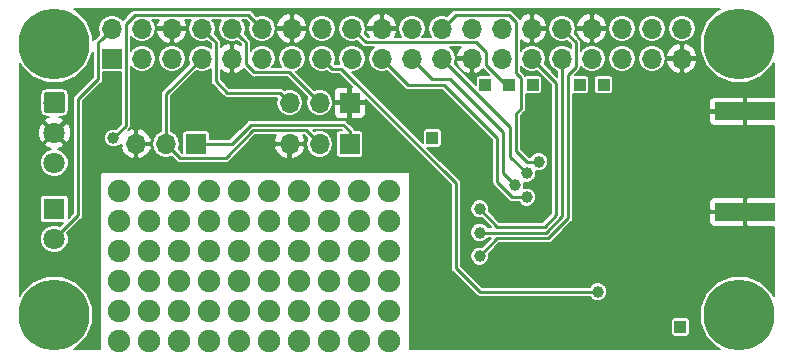
<source format=gbl>
G04 #@! TF.GenerationSoftware,KiCad,Pcbnew,5.0.2-1.fc29*
G04 #@! TF.CreationDate,2019-01-05T16:26:48+01:00*
G04 #@! TF.ProjectId,rpi0_room_node,72706930-5f72-46f6-9f6d-5f6e6f64652e,rev?*
G04 #@! TF.SameCoordinates,Original*
G04 #@! TF.FileFunction,Copper,L2,Bot*
G04 #@! TF.FilePolarity,Positive*
%FSLAX46Y46*%
G04 Gerber Fmt 4.6, Leading zero omitted, Abs format (unit mm)*
G04 Created by KiCad (PCBNEW 5.0.2-1.fc29) date lör  5 jan 2019 16:26:48*
%MOMM*%
%LPD*%
G01*
G04 APERTURE LIST*
G04 #@! TA.AperFunction,ComponentPad*
%ADD10R,1.700000X1.700000*%
G04 #@! TD*
G04 #@! TA.AperFunction,ComponentPad*
%ADD11O,1.700000X1.700000*%
G04 #@! TD*
G04 #@! TA.AperFunction,WasherPad*
%ADD12C,6.000000*%
G04 #@! TD*
G04 #@! TA.AperFunction,ComponentPad*
%ADD13R,1.800000X1.800000*%
G04 #@! TD*
G04 #@! TA.AperFunction,ComponentPad*
%ADD14C,1.800000*%
G04 #@! TD*
G04 #@! TA.AperFunction,Conductor*
%ADD15C,0.100000*%
G04 #@! TD*
G04 #@! TA.AperFunction,SMDPad,CuDef*
%ADD16R,5.080000X1.500000*%
G04 #@! TD*
G04 #@! TA.AperFunction,WasherPad*
%ADD17C,1.900000*%
G04 #@! TD*
G04 #@! TA.AperFunction,ComponentPad*
%ADD18R,1.000000X1.000000*%
G04 #@! TD*
G04 #@! TA.AperFunction,ViaPad*
%ADD19C,1.000000*%
G04 #@! TD*
G04 #@! TA.AperFunction,Conductor*
%ADD20C,0.250000*%
G04 #@! TD*
G04 #@! TA.AperFunction,Conductor*
%ADD21C,0.200000*%
G04 #@! TD*
G04 APERTURE END LIST*
D10*
G04 #@! TO.P,J1,1*
G04 #@! TO.N,+3V3*
X104870000Y-101270000D03*
D11*
G04 #@! TO.P,J1,2*
G04 #@! TO.N,+5V*
X104870000Y-98730000D03*
G04 #@! TO.P,J1,3*
G04 #@! TO.N,/LED1*
X107410000Y-101270000D03*
G04 #@! TO.P,J1,4*
G04 #@! TO.N,+5V*
X107410000Y-98730000D03*
G04 #@! TO.P,J1,5*
G04 #@! TO.N,/LED2*
X109950000Y-101270000D03*
G04 #@! TO.P,J1,6*
G04 #@! TO.N,GND*
X109950000Y-98730000D03*
G04 #@! TO.P,J1,7*
G04 #@! TO.N,/ONEWIRE*
X112490000Y-101270000D03*
G04 #@! TO.P,J1,8*
G04 #@! TO.N,/TXD*
X112490000Y-98730000D03*
G04 #@! TO.P,J1,9*
G04 #@! TO.N,GND*
X115030000Y-101270000D03*
G04 #@! TO.P,J1,10*
G04 #@! TO.N,/RXD*
X115030000Y-98730000D03*
G04 #@! TO.P,J1,11*
G04 #@! TO.N,/IRTX*
X117570000Y-101270000D03*
G04 #@! TO.P,J1,12*
G04 #@! TO.N,/IRRX*
X117570000Y-98730000D03*
G04 #@! TO.P,J1,13*
G04 #@! TO.N,/LED3*
X120110000Y-101270000D03*
G04 #@! TO.P,J1,14*
G04 #@! TO.N,GND*
X120110000Y-98730000D03*
G04 #@! TO.P,J1,15*
G04 #@! TO.N,/RFM_RST*
X122650000Y-101270000D03*
G04 #@! TO.P,J1,16*
G04 #@! TO.N,/RFM_DIO2*
X122650000Y-98730000D03*
G04 #@! TO.P,J1,17*
G04 #@! TO.N,Net-(J1-Pad17)*
X125190000Y-101270000D03*
G04 #@! TO.P,J1,18*
G04 #@! TO.N,/RFM_DIO1*
X125190000Y-98730000D03*
G04 #@! TO.P,J1,19*
G04 #@! TO.N,/MOSI*
X127730000Y-101270000D03*
G04 #@! TO.P,J1,20*
G04 #@! TO.N,GND*
X127730000Y-98730000D03*
G04 #@! TO.P,J1,21*
G04 #@! TO.N,/MISO*
X130270000Y-101270000D03*
G04 #@! TO.P,J1,22*
G04 #@! TO.N,/RFM_DIO0*
X130270000Y-98730000D03*
G04 #@! TO.P,J1,23*
G04 #@! TO.N,/SCLK*
X132810000Y-101270000D03*
G04 #@! TO.P,J1,24*
G04 #@! TO.N,/CE0*
X132810000Y-98730000D03*
G04 #@! TO.P,J1,25*
G04 #@! TO.N,GND*
X135350000Y-101270000D03*
G04 #@! TO.P,J1,26*
G04 #@! TO.N,Net-(J1-Pad26)*
X135350000Y-98730000D03*
G04 #@! TO.P,J1,27*
G04 #@! TO.N,Net-(J1-Pad27)*
X137890000Y-101270000D03*
G04 #@! TO.P,J1,28*
G04 #@! TO.N,Net-(J1-Pad28)*
X137890000Y-98730000D03*
G04 #@! TO.P,J1,29*
G04 #@! TO.N,/LEDR*
X140430000Y-101270000D03*
G04 #@! TO.P,J1,30*
G04 #@! TO.N,GND*
X140430000Y-98730000D03*
G04 #@! TO.P,J1,31*
G04 #@! TO.N,/LEDG*
X142970000Y-101270000D03*
G04 #@! TO.P,J1,32*
G04 #@! TO.N,/LEDB*
X142970000Y-98730000D03*
G04 #@! TO.P,J1,33*
G04 #@! TO.N,Net-(J1-Pad33)*
X145510000Y-101270000D03*
G04 #@! TO.P,J1,34*
G04 #@! TO.N,GND*
X145510000Y-98730000D03*
G04 #@! TO.P,J1,35*
G04 #@! TO.N,Net-(J1-Pad35)*
X148050000Y-101270000D03*
G04 #@! TO.P,J1,36*
G04 #@! TO.N,Net-(J1-Pad36)*
X148050000Y-98730000D03*
G04 #@! TO.P,J1,37*
G04 #@! TO.N,Net-(J1-Pad37)*
X150590000Y-101270000D03*
G04 #@! TO.P,J1,38*
G04 #@! TO.N,Net-(J1-Pad38)*
X150590000Y-98730000D03*
G04 #@! TO.P,J1,39*
G04 #@! TO.N,GND*
X153130000Y-101270000D03*
G04 #@! TO.P,J1,40*
G04 #@! TO.N,Net-(J1-Pad40)*
X153130000Y-98730000D03*
G04 #@! TD*
D12*
G04 #@! TO.P,H1,*
G04 #@! TO.N,*
X100000000Y-100000000D03*
G04 #@! TD*
G04 #@! TO.P,H2,*
G04 #@! TO.N,*
X158000000Y-100000000D03*
G04 #@! TD*
G04 #@! TO.P,H3,*
G04 #@! TO.N,*
X100000000Y-123000000D03*
G04 #@! TD*
G04 #@! TO.P,H4,*
G04 #@! TO.N,*
X158000000Y-123000000D03*
G04 #@! TD*
D13*
G04 #@! TO.P,D2,1*
G04 #@! TO.N,Net-(D2-Pad1)*
X100000000Y-114000000D03*
D14*
G04 #@! TO.P,D2,2*
G04 #@! TO.N,+5V*
X100000000Y-116540000D03*
G04 #@! TD*
D15*
G04 #@! TO.N,/IRRX*
G04 #@! TO.C,U2*
G36*
X100674324Y-104101205D02*
X100698612Y-104104808D01*
X100722429Y-104110774D01*
X100745547Y-104119045D01*
X100767743Y-104129543D01*
X100788804Y-104142166D01*
X100808525Y-104156793D01*
X100826718Y-104173282D01*
X100843207Y-104191475D01*
X100857834Y-104211196D01*
X100870457Y-104232257D01*
X100880955Y-104254453D01*
X100889226Y-104277571D01*
X100895192Y-104301388D01*
X100898795Y-104325676D01*
X100900000Y-104350200D01*
X100900000Y-105649800D01*
X100898795Y-105674324D01*
X100895192Y-105698612D01*
X100889226Y-105722429D01*
X100880955Y-105745547D01*
X100870457Y-105767743D01*
X100857834Y-105788804D01*
X100843207Y-105808525D01*
X100826718Y-105826718D01*
X100808525Y-105843207D01*
X100788804Y-105857834D01*
X100767743Y-105870457D01*
X100745547Y-105880955D01*
X100722429Y-105889226D01*
X100698612Y-105895192D01*
X100674324Y-105898795D01*
X100649800Y-105900000D01*
X99350200Y-105900000D01*
X99325676Y-105898795D01*
X99301388Y-105895192D01*
X99277571Y-105889226D01*
X99254453Y-105880955D01*
X99232257Y-105870457D01*
X99211196Y-105857834D01*
X99191475Y-105843207D01*
X99173282Y-105826718D01*
X99156793Y-105808525D01*
X99142166Y-105788804D01*
X99129543Y-105767743D01*
X99119045Y-105745547D01*
X99110774Y-105722429D01*
X99104808Y-105698612D01*
X99101205Y-105674324D01*
X99100000Y-105649800D01*
X99100000Y-104350200D01*
X99101205Y-104325676D01*
X99104808Y-104301388D01*
X99110774Y-104277571D01*
X99119045Y-104254453D01*
X99129543Y-104232257D01*
X99142166Y-104211196D01*
X99156793Y-104191475D01*
X99173282Y-104173282D01*
X99191475Y-104156793D01*
X99211196Y-104142166D01*
X99232257Y-104129543D01*
X99254453Y-104119045D01*
X99277571Y-104110774D01*
X99301388Y-104104808D01*
X99325676Y-104101205D01*
X99350200Y-104100000D01*
X100649800Y-104100000D01*
X100674324Y-104101205D01*
X100674324Y-104101205D01*
G37*
D14*
G04 #@! TD*
G04 #@! TO.P,U2,1*
G04 #@! TO.N,/IRRX*
X100000000Y-105000000D03*
G04 #@! TO.P,U2,2*
G04 #@! TO.N,GND*
X100000000Y-107540000D03*
G04 #@! TO.P,U2,3*
G04 #@! TO.N,+3V3*
X100000000Y-110080000D03*
G04 #@! TD*
D16*
G04 #@! TO.P,AE1,2*
G04 #@! TO.N,GND*
X158500000Y-114250000D03*
X158500000Y-105750000D03*
G04 #@! TD*
D10*
G04 #@! TO.P,J3,1*
G04 #@! TO.N,GND*
X125000000Y-105000000D03*
D11*
G04 #@! TO.P,J3,2*
G04 #@! TO.N,/RXD*
X122460000Y-105000000D03*
G04 #@! TO.P,J3,3*
G04 #@! TO.N,/TXD*
X119920000Y-105000000D03*
G04 #@! TD*
D17*
G04 #@! TO.P,REF\002A\002A,*
G04 #@! TO.N,*
X128360000Y-125200000D03*
X128360000Y-122660000D03*
X123280000Y-125200000D03*
X123280000Y-122660000D03*
X125820000Y-122660000D03*
X125820000Y-125200000D03*
X120740000Y-125200000D03*
X120740000Y-122660000D03*
X125820000Y-117580000D03*
X128360000Y-117580000D03*
X125820000Y-120120000D03*
X128360000Y-120120000D03*
X123280000Y-115040000D03*
X123280000Y-112500000D03*
X120740000Y-112500000D03*
X120740000Y-115040000D03*
X123280000Y-117580000D03*
X123280000Y-120120000D03*
X120740000Y-117580000D03*
X120740000Y-120120000D03*
X128360000Y-112500000D03*
X125820000Y-112500000D03*
X125820000Y-115040000D03*
X128360000Y-115040000D03*
X118200000Y-125200000D03*
X115660000Y-125200000D03*
X118200000Y-122660000D03*
X113120000Y-122660000D03*
X113120000Y-125200000D03*
X115660000Y-122660000D03*
X110580000Y-122660000D03*
X110580000Y-125200000D03*
X110580000Y-115040000D03*
X110580000Y-112500000D03*
X113120000Y-115040000D03*
X113120000Y-112500000D03*
X113120000Y-120120000D03*
X110580000Y-120120000D03*
X110580000Y-117580000D03*
X118200000Y-117580000D03*
X115660000Y-115040000D03*
X115660000Y-117580000D03*
X118200000Y-120120000D03*
X115660000Y-120120000D03*
X113120000Y-117580000D03*
X118200000Y-115040000D03*
X115660000Y-112500000D03*
X118200000Y-112500000D03*
X108040000Y-125200000D03*
X105500000Y-125200000D03*
X108040000Y-122660000D03*
X105500000Y-122660000D03*
X108040000Y-120120000D03*
X105500000Y-120120000D03*
X108040000Y-117580000D03*
X108040000Y-115040000D03*
X105500000Y-115040000D03*
X105500000Y-117580000D03*
X108040000Y-112500000D03*
X105500000Y-112500000D03*
G04 #@! TD*
D11*
G04 #@! TO.P,J2,3*
G04 #@! TO.N,GND*
X119920000Y-108500000D03*
G04 #@! TO.P,J2,2*
G04 #@! TO.N,/ONEWIRE*
X122460000Y-108500000D03*
D10*
G04 #@! TO.P,J2,1*
G04 #@! TO.N,+3V3*
X125000000Y-108500000D03*
G04 #@! TD*
G04 #@! TO.P,J4,1*
G04 #@! TO.N,+3V3*
X112000000Y-108500000D03*
D11*
G04 #@! TO.P,J4,2*
G04 #@! TO.N,/ONEWIRE*
X109460000Y-108500000D03*
G04 #@! TO.P,J4,3*
G04 #@! TO.N,GND*
X106920000Y-108500000D03*
G04 #@! TD*
D18*
G04 #@! TO.P,TP1,1*
G04 #@! TO.N,/RFM_DIO5*
X153000000Y-124000000D03*
G04 #@! TD*
G04 #@! TO.P,TP2,1*
G04 #@! TO.N,/RFM_DIO4*
X144500000Y-103500000D03*
G04 #@! TD*
G04 #@! TO.P,TP3,1*
G04 #@! TO.N,/RFM_DIO3*
X146500000Y-103500000D03*
G04 #@! TD*
G04 #@! TO.P,TP4,1*
G04 #@! TO.N,/RFM_DIO2*
X136500000Y-103500000D03*
G04 #@! TD*
G04 #@! TO.P,TP5,1*
G04 #@! TO.N,/RFM_DIO1*
X138500000Y-103500000D03*
G04 #@! TD*
G04 #@! TO.P,TP6,1*
G04 #@! TO.N,/RFM_DIO0*
X140500000Y-103500000D03*
G04 #@! TD*
G04 #@! TO.P,TP7,1*
G04 #@! TO.N,VDDA*
X132000000Y-108000000D03*
G04 #@! TD*
D19*
G04 #@! TO.N,/IRRX*
X105000000Y-108000000D03*
G04 #@! TO.N,/MOSI*
X140000000Y-113000000D03*
G04 #@! TO.N,/MISO*
X139000000Y-112000000D03*
G04 #@! TO.N,/SCLK*
X140000000Y-111000000D03*
G04 #@! TO.N,/CE0*
X141000000Y-110000000D03*
G04 #@! TO.N,/RFM_RST*
X146000000Y-121000000D03*
G04 #@! TO.N,/LEDR*
X136000000Y-114000000D03*
G04 #@! TO.N,/LEDG*
X136000000Y-116000000D03*
G04 #@! TO.N,/LEDB*
X136000000Y-118000000D03*
G04 #@! TD*
D20*
G04 #@! TO.N,+5V*
X104020001Y-99579999D02*
X104870000Y-98730000D01*
X103694999Y-99905001D02*
X104020001Y-99579999D01*
X102000000Y-114540000D02*
X102000000Y-104694999D01*
X103694999Y-103000000D02*
X103694999Y-99905001D01*
X102000000Y-104694999D02*
X103694999Y-103000000D01*
X100000000Y-116540000D02*
X102000000Y-114540000D01*
G04 #@! TO.N,+3V3*
X115000000Y-108500000D02*
X112000000Y-108500000D01*
X116625011Y-106874989D02*
X115000000Y-108500000D01*
X124474989Y-106874989D02*
X116625011Y-106874989D01*
X125000000Y-107400000D02*
X124474989Y-106874989D01*
X125000000Y-108500000D02*
X125000000Y-107400000D01*
G04 #@! TO.N,/ONEWIRE*
X109460000Y-104300000D02*
X109460000Y-108500000D01*
X112490000Y-101270000D02*
X109460000Y-104300000D01*
X109460000Y-108500000D02*
X110635001Y-109675001D01*
X116850002Y-107324999D02*
X114500000Y-109675001D01*
X121284999Y-107324999D02*
X116850002Y-107324999D01*
X122460000Y-108500000D02*
X121284999Y-107324999D01*
X110635001Y-109675001D02*
X114500000Y-109675001D01*
G04 #@! TO.N,/IRRX*
X106045001Y-98355997D02*
X106045001Y-106954999D01*
X106845999Y-97554999D02*
X106045001Y-98355997D01*
X117570000Y-98730000D02*
X116394999Y-97554999D01*
X116394999Y-97554999D02*
X106845999Y-97554999D01*
X106045001Y-106954999D02*
X105000000Y-108000000D01*
G04 #@! TO.N,/MOSI*
X139292894Y-113000000D02*
X140000000Y-113000000D01*
X138778998Y-113000000D02*
X139292894Y-113000000D01*
X129960000Y-103500000D02*
X133000000Y-103500000D01*
X127730000Y-101270000D02*
X129960000Y-103500000D01*
X137500000Y-108000000D02*
X137500000Y-111721002D01*
X133000000Y-103500000D02*
X137500000Y-108000000D01*
X137500000Y-111721002D02*
X138778998Y-113000000D01*
G04 #@! TO.N,/MISO*
X138000000Y-111000000D02*
X139000000Y-112000000D01*
X133500000Y-103000000D02*
X138000000Y-107500000D01*
X130270000Y-101270000D02*
X132000000Y-103000000D01*
X138000000Y-107500000D02*
X138000000Y-111000000D01*
X132000000Y-103000000D02*
X133500000Y-103000000D01*
G04 #@! TO.N,/SCLK*
X132810000Y-101270000D02*
X138614991Y-107074991D01*
X138614991Y-107074991D02*
X138614991Y-109614991D01*
X138614991Y-109614991D02*
X140000000Y-111000000D01*
G04 #@! TO.N,/CE0*
X138454001Y-97554999D02*
X139065001Y-98165999D01*
X132810000Y-98730000D02*
X133985001Y-97554999D01*
X133985001Y-97554999D02*
X138454001Y-97554999D01*
X139065001Y-109065001D02*
X140000000Y-110000000D01*
X140000000Y-110000000D02*
X141000000Y-110000000D01*
X139065001Y-98165999D02*
X139065001Y-102479999D01*
X139065000Y-105935000D02*
X139065001Y-106888591D01*
X139065001Y-106888591D02*
X139065001Y-109065001D01*
X139065001Y-102479999D02*
X139500000Y-102914998D01*
X139500000Y-105500000D02*
X139065000Y-105935000D01*
X139500000Y-102914998D02*
X139500000Y-105500000D01*
G04 #@! TO.N,/RFM_RST*
X122650000Y-101270000D02*
X123499999Y-102119999D01*
X124300997Y-102119999D02*
X134000000Y-111819002D01*
X134000000Y-111819002D02*
X134000000Y-119000000D01*
X134000000Y-119000000D02*
X136000000Y-121000000D01*
X137778998Y-121000000D02*
X146000000Y-121000000D01*
X123499999Y-102119999D02*
X124300997Y-102119999D01*
X136000000Y-121000000D02*
X137778998Y-121000000D01*
G04 #@! TO.N,/TXD*
X113665001Y-99905001D02*
X113339999Y-99579999D01*
X113665001Y-103165001D02*
X113665001Y-99905001D01*
X119070001Y-104150001D02*
X114650001Y-104150001D01*
X113339999Y-99579999D02*
X112490000Y-98730000D01*
X114650001Y-104150001D02*
X113665001Y-103165001D01*
X119920000Y-105000000D02*
X119070001Y-104150001D01*
G04 #@! TO.N,/RXD*
X115879999Y-99579999D02*
X115030000Y-98730000D01*
X116205001Y-101705001D02*
X116205001Y-99905001D01*
X116945001Y-102445001D02*
X116205001Y-101705001D01*
X116205001Y-99905001D02*
X115879999Y-99579999D01*
X119905001Y-102445001D02*
X116945001Y-102445001D01*
X122460000Y-105000000D02*
X119905001Y-102445001D01*
G04 #@! TO.N,/RFM_DIO1*
X138207106Y-103500000D02*
X138500000Y-103500000D01*
X136525001Y-101817895D02*
X138207106Y-103500000D01*
X135724003Y-99905001D02*
X136525001Y-100705999D01*
X125190000Y-98730000D02*
X126365001Y-99905001D01*
X136525001Y-100705999D02*
X136525001Y-101817895D01*
X126365001Y-99905001D02*
X135724003Y-99905001D01*
G04 #@! TO.N,/LEDR*
X141500000Y-115500000D02*
X137500000Y-115500000D01*
X137500000Y-115500000D02*
X136000000Y-114000000D01*
X140430000Y-101270000D02*
X142500000Y-103340000D01*
X142500000Y-114500000D02*
X141500000Y-115500000D01*
X142500000Y-103340000D02*
X142500000Y-114500000D01*
G04 #@! TO.N,/LEDG*
X136707106Y-116000000D02*
X136000000Y-116000000D01*
X141636410Y-116000000D02*
X136707106Y-116000000D01*
X143000000Y-114636410D02*
X141636410Y-116000000D01*
X143000000Y-102502081D02*
X143000000Y-114636410D01*
X142970000Y-102472081D02*
X143000000Y-102502081D01*
X142970000Y-101270000D02*
X142970000Y-102472081D01*
G04 #@! TO.N,/LEDB*
X144145001Y-99905001D02*
X142970000Y-98730000D01*
X136000000Y-118000000D02*
X137500000Y-116500000D01*
X144145001Y-102000000D02*
X144145001Y-99905001D01*
X137500000Y-116500000D02*
X141772820Y-116500000D01*
X141772820Y-116500000D02*
X143500000Y-114772820D01*
X143500000Y-102645001D02*
X144145001Y-102000000D01*
X143500000Y-114772820D02*
X143500000Y-102645001D01*
G04 #@! TD*
D21*
G04 #@! TO.N,GND*
G36*
X156130700Y-97202395D02*
X155202395Y-98130700D01*
X154700000Y-99343589D01*
X154700000Y-100656411D01*
X155202395Y-101869300D01*
X156130700Y-102797605D01*
X157343589Y-103300000D01*
X158656411Y-103300000D01*
X159869300Y-102797605D01*
X160797605Y-101869300D01*
X160900000Y-101622097D01*
X160900000Y-104500000D01*
X158725000Y-104500000D01*
X158600000Y-104625000D01*
X158600000Y-105650000D01*
X158620000Y-105650000D01*
X158620000Y-105850000D01*
X158600000Y-105850000D01*
X158600000Y-106875000D01*
X158725000Y-107000000D01*
X160900000Y-107000000D01*
X160900000Y-113000000D01*
X158725000Y-113000000D01*
X158600000Y-113125000D01*
X158600000Y-114150000D01*
X158620000Y-114150000D01*
X158620000Y-114350000D01*
X158600000Y-114350000D01*
X158600000Y-115375000D01*
X158725000Y-115500000D01*
X160900000Y-115500000D01*
X160900000Y-121377903D01*
X160797605Y-121130700D01*
X159869300Y-120202395D01*
X158656411Y-119700000D01*
X157343589Y-119700000D01*
X156130700Y-120202395D01*
X155202395Y-121130700D01*
X154700000Y-122343589D01*
X154700000Y-123656411D01*
X155202395Y-124869300D01*
X156130700Y-125797605D01*
X156377904Y-125900000D01*
X130100000Y-125900000D01*
X130100000Y-123500000D01*
X152194123Y-123500000D01*
X152194123Y-124500000D01*
X152217407Y-124617054D01*
X152283712Y-124716288D01*
X152382946Y-124782593D01*
X152500000Y-124805877D01*
X153500000Y-124805877D01*
X153617054Y-124782593D01*
X153716288Y-124716288D01*
X153782593Y-124617054D01*
X153805877Y-124500000D01*
X153805877Y-123500000D01*
X153782593Y-123382946D01*
X153716288Y-123283712D01*
X153617054Y-123217407D01*
X153500000Y-123194123D01*
X152500000Y-123194123D01*
X152382946Y-123217407D01*
X152283712Y-123283712D01*
X152217407Y-123382946D01*
X152194123Y-123500000D01*
X130100000Y-123500000D01*
X130100000Y-111000000D01*
X130092388Y-110961732D01*
X130070711Y-110929289D01*
X130038268Y-110907612D01*
X130000000Y-110900000D01*
X104000000Y-110900000D01*
X103961732Y-110907612D01*
X103929289Y-110929289D01*
X103907612Y-110961732D01*
X103900000Y-111000000D01*
X103900000Y-125900000D01*
X101622096Y-125900000D01*
X101869300Y-125797605D01*
X102797605Y-124869300D01*
X103300000Y-123656411D01*
X103300000Y-122343589D01*
X102797605Y-121130700D01*
X101869300Y-120202395D01*
X100656411Y-119700000D01*
X99343589Y-119700000D01*
X98130700Y-120202395D01*
X97202395Y-121130700D01*
X97100000Y-121377903D01*
X97100000Y-109841305D01*
X98800000Y-109841305D01*
X98800000Y-110318695D01*
X98982689Y-110759745D01*
X99320255Y-111097311D01*
X99761305Y-111280000D01*
X100238695Y-111280000D01*
X100679745Y-111097311D01*
X101017311Y-110759745D01*
X101200000Y-110318695D01*
X101200000Y-109841305D01*
X101017311Y-109400255D01*
X100679745Y-109062689D01*
X100341365Y-108922527D01*
X100756058Y-108750755D01*
X100847526Y-108528948D01*
X100000000Y-107681421D01*
X99152474Y-108528948D01*
X99243942Y-108750755D01*
X99677306Y-108914794D01*
X99320255Y-109062689D01*
X98982689Y-109400255D01*
X98800000Y-109841305D01*
X97100000Y-109841305D01*
X97100000Y-107304829D01*
X98592077Y-107304829D01*
X98609252Y-107861519D01*
X98789245Y-108296058D01*
X99011052Y-108387526D01*
X99858579Y-107540000D01*
X100141421Y-107540000D01*
X100988948Y-108387526D01*
X101210755Y-108296058D01*
X101407923Y-107775171D01*
X101390748Y-107218481D01*
X101210755Y-106783942D01*
X100988948Y-106692474D01*
X100141421Y-107540000D01*
X99858579Y-107540000D01*
X99011052Y-106692474D01*
X98789245Y-106783942D01*
X98592077Y-107304829D01*
X97100000Y-107304829D01*
X97100000Y-104350200D01*
X98794123Y-104350200D01*
X98794123Y-105649800D01*
X98836452Y-105862601D01*
X98956994Y-106043006D01*
X99137399Y-106163548D01*
X99350200Y-106205877D01*
X99541777Y-106205877D01*
X99243942Y-106329245D01*
X99152474Y-106551052D01*
X100000000Y-107398579D01*
X100847526Y-106551052D01*
X100756058Y-106329245D01*
X100430139Y-106205877D01*
X100649800Y-106205877D01*
X100862601Y-106163548D01*
X101043006Y-106043006D01*
X101163548Y-105862601D01*
X101205877Y-105649800D01*
X101205877Y-104350200D01*
X101163548Y-104137399D01*
X101043006Y-103956994D01*
X100862601Y-103836452D01*
X100649800Y-103794123D01*
X99350200Y-103794123D01*
X99137399Y-103836452D01*
X98956994Y-103956994D01*
X98836452Y-104137399D01*
X98794123Y-104350200D01*
X97100000Y-104350200D01*
X97100000Y-101622097D01*
X97202395Y-101869300D01*
X98130700Y-102797605D01*
X99343589Y-103300000D01*
X100656411Y-103300000D01*
X101869300Y-102797605D01*
X102797605Y-101869300D01*
X103270000Y-100728838D01*
X103269999Y-102823959D01*
X101729079Y-104364880D01*
X101693593Y-104388591D01*
X101669882Y-104424077D01*
X101599659Y-104529173D01*
X101566674Y-104694999D01*
X101575001Y-104736861D01*
X101575000Y-114363959D01*
X101205877Y-114733082D01*
X101205877Y-113100000D01*
X101182593Y-112982946D01*
X101116288Y-112883712D01*
X101017054Y-112817407D01*
X100900000Y-112794123D01*
X99100000Y-112794123D01*
X98982946Y-112817407D01*
X98883712Y-112883712D01*
X98817407Y-112982946D01*
X98794123Y-113100000D01*
X98794123Y-114900000D01*
X98817407Y-115017054D01*
X98883712Y-115116288D01*
X98982946Y-115182593D01*
X99100000Y-115205877D01*
X100733082Y-115205877D01*
X100493440Y-115445519D01*
X100238695Y-115340000D01*
X99761305Y-115340000D01*
X99320255Y-115522689D01*
X98982689Y-115860255D01*
X98800000Y-116301305D01*
X98800000Y-116778695D01*
X98982689Y-117219745D01*
X99320255Y-117557311D01*
X99761305Y-117740000D01*
X100238695Y-117740000D01*
X100679745Y-117557311D01*
X101017311Y-117219745D01*
X101200000Y-116778695D01*
X101200000Y-116301305D01*
X101094481Y-116046560D01*
X102270923Y-114870118D01*
X102306408Y-114846408D01*
X102400341Y-114705827D01*
X102425000Y-114581858D01*
X102425000Y-114581857D01*
X102433326Y-114540001D01*
X102425000Y-114498143D01*
X102425000Y-104871039D01*
X103965922Y-103330118D01*
X104001407Y-103306408D01*
X104095340Y-103165827D01*
X104119999Y-103041858D01*
X104119999Y-103041857D01*
X104128325Y-103000000D01*
X104119999Y-102958143D01*
X104119999Y-102425877D01*
X105620001Y-102425877D01*
X105620002Y-106778957D01*
X105187294Y-107211666D01*
X105159130Y-107200000D01*
X104840870Y-107200000D01*
X104546836Y-107321793D01*
X104321793Y-107546836D01*
X104200000Y-107840870D01*
X104200000Y-108159130D01*
X104321793Y-108453164D01*
X104546836Y-108678207D01*
X104840870Y-108800000D01*
X105159130Y-108800000D01*
X105453164Y-108678207D01*
X105570000Y-108561371D01*
X105570000Y-108600002D01*
X105698699Y-108600002D01*
X105605919Y-108809377D01*
X105824341Y-109288704D01*
X106209567Y-109647958D01*
X106610625Y-109814072D01*
X106820000Y-109720912D01*
X106820000Y-108600000D01*
X107020000Y-108600000D01*
X107020000Y-109720912D01*
X107229375Y-109814072D01*
X107630433Y-109647958D01*
X108015659Y-109288704D01*
X108234081Y-108809377D01*
X108141300Y-108600000D01*
X107020000Y-108600000D01*
X106820000Y-108600000D01*
X106800000Y-108600000D01*
X106800000Y-108400000D01*
X106820000Y-108400000D01*
X106820000Y-107279088D01*
X107020000Y-107279088D01*
X107020000Y-108400000D01*
X108141300Y-108400000D01*
X108234081Y-108190623D01*
X108015659Y-107711296D01*
X107630433Y-107352042D01*
X107229375Y-107185928D01*
X107020000Y-107279088D01*
X106820000Y-107279088D01*
X106610625Y-107185928D01*
X106276879Y-107324162D01*
X106315923Y-107285118D01*
X106351409Y-107261407D01*
X106445342Y-107120826D01*
X106470001Y-106996857D01*
X106478327Y-106954999D01*
X106470001Y-106913142D01*
X106470001Y-101933136D01*
X106580897Y-102099103D01*
X106961293Y-102353276D01*
X107296739Y-102420000D01*
X107523261Y-102420000D01*
X107858707Y-102353276D01*
X108239103Y-102099103D01*
X108493276Y-101718707D01*
X108582529Y-101270000D01*
X108777471Y-101270000D01*
X108866724Y-101718707D01*
X109120897Y-102099103D01*
X109501293Y-102353276D01*
X109836739Y-102420000D01*
X110063261Y-102420000D01*
X110398707Y-102353276D01*
X110779103Y-102099103D01*
X111033276Y-101718707D01*
X111122529Y-101270000D01*
X111033276Y-100821293D01*
X110779103Y-100440897D01*
X110398707Y-100186724D01*
X110063261Y-100120000D01*
X109836739Y-100120000D01*
X109501293Y-100186724D01*
X109120897Y-100440897D01*
X108866724Y-100821293D01*
X108777471Y-101270000D01*
X108582529Y-101270000D01*
X108493276Y-100821293D01*
X108239103Y-100440897D01*
X107858707Y-100186724D01*
X107523261Y-100120000D01*
X107296739Y-100120000D01*
X106961293Y-100186724D01*
X106580897Y-100440897D01*
X106470001Y-100606864D01*
X106470001Y-99393136D01*
X106580897Y-99559103D01*
X106961293Y-99813276D01*
X107296739Y-99880000D01*
X107523261Y-99880000D01*
X107858707Y-99813276D01*
X108239103Y-99559103D01*
X108493276Y-99178707D01*
X108520990Y-99039377D01*
X108635919Y-99039377D01*
X108854341Y-99518704D01*
X109239567Y-99877958D01*
X109640625Y-100044072D01*
X109850000Y-99950912D01*
X109850000Y-98830000D01*
X110050000Y-98830000D01*
X110050000Y-99950912D01*
X110259375Y-100044072D01*
X110660433Y-99877958D01*
X111045659Y-99518704D01*
X111264081Y-99039377D01*
X111171300Y-98830000D01*
X110050000Y-98830000D01*
X109850000Y-98830000D01*
X108728700Y-98830000D01*
X108635919Y-99039377D01*
X108520990Y-99039377D01*
X108582529Y-98730000D01*
X108493276Y-98281293D01*
X108291957Y-97979999D01*
X108836705Y-97979999D01*
X108635919Y-98420623D01*
X108728700Y-98630000D01*
X109850000Y-98630000D01*
X109850000Y-98610000D01*
X110050000Y-98610000D01*
X110050000Y-98630000D01*
X111171300Y-98630000D01*
X111264081Y-98420623D01*
X111063295Y-97979999D01*
X111608043Y-97979999D01*
X111406724Y-98281293D01*
X111317471Y-98730000D01*
X111406724Y-99178707D01*
X111660897Y-99559103D01*
X112041293Y-99813276D01*
X112376739Y-99880000D01*
X112603261Y-99880000D01*
X112938707Y-99813276D01*
X112958806Y-99799847D01*
X113069076Y-99910117D01*
X113069079Y-99910119D01*
X113240002Y-100081043D01*
X113240002Y-100388043D01*
X112938707Y-100186724D01*
X112603261Y-100120000D01*
X112376739Y-100120000D01*
X112041293Y-100186724D01*
X111660897Y-100440897D01*
X111406724Y-100821293D01*
X111317471Y-101270000D01*
X111406724Y-101718707D01*
X111420154Y-101738806D01*
X109189081Y-103969879D01*
X109153592Y-103993592D01*
X109071098Y-104117054D01*
X109059659Y-104134174D01*
X109026674Y-104300000D01*
X109035000Y-104341858D01*
X109035001Y-107412008D01*
X109011293Y-107416724D01*
X108630897Y-107670897D01*
X108376724Y-108051293D01*
X108287471Y-108500000D01*
X108376724Y-108948707D01*
X108630897Y-109329103D01*
X109011293Y-109583276D01*
X109346739Y-109650000D01*
X109573261Y-109650000D01*
X109908707Y-109583276D01*
X109928806Y-109569846D01*
X110304882Y-109945923D01*
X110328593Y-109981409D01*
X110469174Y-110075342D01*
X110593143Y-110100001D01*
X110593144Y-110100001D01*
X110635000Y-110108327D01*
X110676856Y-110100001D01*
X114458143Y-110100001D01*
X114500000Y-110108327D01*
X114541857Y-110100001D01*
X114541858Y-110100001D01*
X114665827Y-110075342D01*
X114806408Y-109981409D01*
X114830121Y-109945920D01*
X115966664Y-108809377D01*
X118605919Y-108809377D01*
X118824341Y-109288704D01*
X119209567Y-109647958D01*
X119610625Y-109814072D01*
X119820000Y-109720912D01*
X119820000Y-108600000D01*
X120020000Y-108600000D01*
X120020000Y-109720912D01*
X120229375Y-109814072D01*
X120630433Y-109647958D01*
X121015659Y-109288704D01*
X121234081Y-108809377D01*
X121141300Y-108600000D01*
X120020000Y-108600000D01*
X119820000Y-108600000D01*
X118698700Y-108600000D01*
X118605919Y-108809377D01*
X115966664Y-108809377D01*
X117026043Y-107749999D01*
X118806705Y-107749999D01*
X118605919Y-108190623D01*
X118698700Y-108400000D01*
X119820000Y-108400000D01*
X119820000Y-108380000D01*
X120020000Y-108380000D01*
X120020000Y-108400000D01*
X121141300Y-108400000D01*
X121234081Y-108190623D01*
X121033295Y-107749999D01*
X121108959Y-107749999D01*
X121390154Y-108031194D01*
X121376724Y-108051293D01*
X121287471Y-108500000D01*
X121376724Y-108948707D01*
X121630897Y-109329103D01*
X122011293Y-109583276D01*
X122346739Y-109650000D01*
X122573261Y-109650000D01*
X122908707Y-109583276D01*
X123289103Y-109329103D01*
X123543276Y-108948707D01*
X123632529Y-108500000D01*
X123543276Y-108051293D01*
X123289103Y-107670897D01*
X122908707Y-107416724D01*
X122573261Y-107350000D01*
X122346739Y-107350000D01*
X122011293Y-107416724D01*
X121991194Y-107430154D01*
X121861029Y-107299989D01*
X124298949Y-107299989D01*
X124343083Y-107344123D01*
X124150000Y-107344123D01*
X124032946Y-107367407D01*
X123933712Y-107433712D01*
X123867407Y-107532946D01*
X123844123Y-107650000D01*
X123844123Y-109350000D01*
X123867407Y-109467054D01*
X123933712Y-109566288D01*
X124032946Y-109632593D01*
X124150000Y-109655877D01*
X125850000Y-109655877D01*
X125967054Y-109632593D01*
X126066288Y-109566288D01*
X126132593Y-109467054D01*
X126155877Y-109350000D01*
X126155877Y-107650000D01*
X126132593Y-107532946D01*
X126066288Y-107433712D01*
X125967054Y-107367407D01*
X125850000Y-107344123D01*
X125422211Y-107344123D01*
X125400341Y-107234173D01*
X125374165Y-107194998D01*
X125306408Y-107093592D01*
X125270922Y-107069881D01*
X124805110Y-106604070D01*
X124781397Y-106568581D01*
X124640816Y-106474648D01*
X124516847Y-106449989D01*
X124516846Y-106449989D01*
X124474989Y-106441663D01*
X124433132Y-106449989D01*
X116666868Y-106449989D01*
X116625011Y-106441663D01*
X116583153Y-106449989D01*
X116459184Y-106474648D01*
X116318603Y-106568581D01*
X116294892Y-106604067D01*
X114823960Y-108075000D01*
X113155877Y-108075000D01*
X113155877Y-107650000D01*
X113132593Y-107532946D01*
X113066288Y-107433712D01*
X112967054Y-107367407D01*
X112850000Y-107344123D01*
X111150000Y-107344123D01*
X111032946Y-107367407D01*
X110933712Y-107433712D01*
X110867407Y-107532946D01*
X110844123Y-107650000D01*
X110844123Y-109250001D01*
X110811042Y-109250001D01*
X110529846Y-108968806D01*
X110543276Y-108948707D01*
X110632529Y-108500000D01*
X110543276Y-108051293D01*
X110289103Y-107670897D01*
X109908707Y-107416724D01*
X109885000Y-107412008D01*
X109885000Y-104476040D01*
X112021194Y-102339846D01*
X112041293Y-102353276D01*
X112376739Y-102420000D01*
X112603261Y-102420000D01*
X112938707Y-102353276D01*
X113240001Y-102151957D01*
X113240001Y-103123143D01*
X113231675Y-103165001D01*
X113240001Y-103206858D01*
X113264660Y-103330827D01*
X113358593Y-103471409D01*
X113394082Y-103495122D01*
X114319882Y-104420923D01*
X114343593Y-104456409D01*
X114484174Y-104550342D01*
X114608143Y-104575001D01*
X114608144Y-104575001D01*
X114650000Y-104583327D01*
X114691856Y-104575001D01*
X118832008Y-104575001D01*
X118747471Y-105000000D01*
X118836724Y-105448707D01*
X119090897Y-105829103D01*
X119471293Y-106083276D01*
X119806739Y-106150000D01*
X120033261Y-106150000D01*
X120368707Y-106083276D01*
X120749103Y-105829103D01*
X121003276Y-105448707D01*
X121092529Y-105000000D01*
X121003276Y-104551293D01*
X120749103Y-104170897D01*
X120368707Y-103916724D01*
X120033261Y-103850000D01*
X119806739Y-103850000D01*
X119471293Y-103916724D01*
X119451194Y-103930154D01*
X119400122Y-103879082D01*
X119376409Y-103843593D01*
X119235828Y-103749660D01*
X119111859Y-103725001D01*
X119111858Y-103725001D01*
X119070001Y-103716675D01*
X119028144Y-103725001D01*
X114826042Y-103725001D01*
X114090001Y-102988961D01*
X114090001Y-102203869D01*
X114319567Y-102417958D01*
X114720625Y-102584072D01*
X114930000Y-102490912D01*
X114930000Y-101370000D01*
X114910000Y-101370000D01*
X114910000Y-101170000D01*
X114930000Y-101170000D01*
X114930000Y-100049088D01*
X114720625Y-99955928D01*
X114319567Y-100122042D01*
X114090001Y-100336131D01*
X114090001Y-99946858D01*
X114098327Y-99905000D01*
X114065342Y-99739174D01*
X113995119Y-99634078D01*
X113971409Y-99598593D01*
X113935923Y-99574882D01*
X113670119Y-99309079D01*
X113670117Y-99309076D01*
X113559847Y-99198806D01*
X113573276Y-99178707D01*
X113662529Y-98730000D01*
X113573276Y-98281293D01*
X113371957Y-97979999D01*
X114148043Y-97979999D01*
X113946724Y-98281293D01*
X113857471Y-98730000D01*
X113946724Y-99178707D01*
X114200897Y-99559103D01*
X114581293Y-99813276D01*
X114916739Y-99880000D01*
X115143261Y-99880000D01*
X115478707Y-99813276D01*
X115498806Y-99799847D01*
X115609076Y-99910117D01*
X115609079Y-99910119D01*
X115780002Y-100081042D01*
X115780002Y-100158943D01*
X115740433Y-100122042D01*
X115339375Y-99955928D01*
X115130000Y-100049088D01*
X115130000Y-101170000D01*
X115150000Y-101170000D01*
X115150000Y-101370000D01*
X115130000Y-101370000D01*
X115130000Y-102490912D01*
X115339375Y-102584072D01*
X115740433Y-102417958D01*
X116038731Y-102139771D01*
X116614882Y-102715923D01*
X116638593Y-102751409D01*
X116724018Y-102808488D01*
X116779174Y-102845342D01*
X116945000Y-102878327D01*
X116986858Y-102870001D01*
X119728961Y-102870001D01*
X121390154Y-104531194D01*
X121376724Y-104551293D01*
X121287471Y-105000000D01*
X121376724Y-105448707D01*
X121630897Y-105829103D01*
X122011293Y-106083276D01*
X122346739Y-106150000D01*
X122573261Y-106150000D01*
X122908707Y-106083276D01*
X123289103Y-105829103D01*
X123543276Y-105448707D01*
X123587773Y-105225000D01*
X123650000Y-105225000D01*
X123650000Y-105949456D01*
X123726120Y-106133227D01*
X123866773Y-106273879D01*
X124050544Y-106350000D01*
X124775000Y-106350000D01*
X124900000Y-106225000D01*
X124900000Y-105100000D01*
X125100000Y-105100000D01*
X125100000Y-106225000D01*
X125225000Y-106350000D01*
X125949456Y-106350000D01*
X126133227Y-106273879D01*
X126273880Y-106133227D01*
X126350000Y-105949456D01*
X126350000Y-105225000D01*
X126225000Y-105100000D01*
X125100000Y-105100000D01*
X124900000Y-105100000D01*
X123775000Y-105100000D01*
X123650000Y-105225000D01*
X123587773Y-105225000D01*
X123632529Y-105000000D01*
X123543276Y-104551293D01*
X123289103Y-104170897D01*
X123108983Y-104050544D01*
X123650000Y-104050544D01*
X123650000Y-104775000D01*
X123775000Y-104900000D01*
X124900000Y-104900000D01*
X124900000Y-103775000D01*
X124775000Y-103650000D01*
X124050544Y-103650000D01*
X123866773Y-103726121D01*
X123726120Y-103866773D01*
X123650000Y-104050544D01*
X123108983Y-104050544D01*
X122908707Y-103916724D01*
X122573261Y-103850000D01*
X122346739Y-103850000D01*
X122011293Y-103916724D01*
X121991194Y-103930154D01*
X120438272Y-102377232D01*
X120558707Y-102353276D01*
X120939103Y-102099103D01*
X121193276Y-101718707D01*
X121282529Y-101270000D01*
X121477471Y-101270000D01*
X121566724Y-101718707D01*
X121820897Y-102099103D01*
X122201293Y-102353276D01*
X122536739Y-102420000D01*
X122763261Y-102420000D01*
X123098707Y-102353276D01*
X123118806Y-102339847D01*
X123169880Y-102390921D01*
X123193591Y-102426407D01*
X123276301Y-102481672D01*
X123334172Y-102520340D01*
X123499998Y-102553325D01*
X123541856Y-102544999D01*
X124124957Y-102544999D01*
X125229958Y-103650000D01*
X125225000Y-103650000D01*
X125100000Y-103775000D01*
X125100000Y-104900000D01*
X126225000Y-104900000D01*
X126350000Y-104775000D01*
X126350000Y-104770042D01*
X133575000Y-111995043D01*
X133575001Y-118958138D01*
X133566674Y-119000000D01*
X133599659Y-119165826D01*
X133599660Y-119165827D01*
X133693593Y-119306408D01*
X133729079Y-119330119D01*
X135669881Y-121270922D01*
X135693592Y-121306408D01*
X135834173Y-121400341D01*
X135999999Y-121433326D01*
X136041857Y-121425000D01*
X145310127Y-121425000D01*
X145321793Y-121453164D01*
X145546836Y-121678207D01*
X145840870Y-121800000D01*
X146159130Y-121800000D01*
X146453164Y-121678207D01*
X146678207Y-121453164D01*
X146800000Y-121159130D01*
X146800000Y-120840870D01*
X146678207Y-120546836D01*
X146453164Y-120321793D01*
X146159130Y-120200000D01*
X145840870Y-120200000D01*
X145546836Y-120321793D01*
X145321793Y-120546836D01*
X145310127Y-120575000D01*
X136176041Y-120575000D01*
X134425000Y-118823960D01*
X134425000Y-111860859D01*
X134433326Y-111819002D01*
X134400341Y-111653175D01*
X134330118Y-111548079D01*
X134306408Y-111512594D01*
X134270923Y-111488884D01*
X131587916Y-108805877D01*
X132500000Y-108805877D01*
X132617054Y-108782593D01*
X132716288Y-108716288D01*
X132782593Y-108617054D01*
X132805877Y-108500000D01*
X132805877Y-107500000D01*
X132782593Y-107382946D01*
X132716288Y-107283712D01*
X132617054Y-107217407D01*
X132500000Y-107194123D01*
X131500000Y-107194123D01*
X131382946Y-107217407D01*
X131283712Y-107283712D01*
X131217407Y-107382946D01*
X131194123Y-107500000D01*
X131194123Y-108412084D01*
X125202038Y-102420000D01*
X125303261Y-102420000D01*
X125638707Y-102353276D01*
X126019103Y-102099103D01*
X126273276Y-101718707D01*
X126362529Y-101270000D01*
X126273276Y-100821293D01*
X126019103Y-100440897D01*
X125638707Y-100186724D01*
X125303261Y-100120000D01*
X125076739Y-100120000D01*
X124741293Y-100186724D01*
X124360897Y-100440897D01*
X124106724Y-100821293D01*
X124017471Y-101270000D01*
X124102008Y-101694999D01*
X123737992Y-101694999D01*
X123822529Y-101270000D01*
X123733276Y-100821293D01*
X123479103Y-100440897D01*
X123098707Y-100186724D01*
X122763261Y-100120000D01*
X122536739Y-100120000D01*
X122201293Y-100186724D01*
X121820897Y-100440897D01*
X121566724Y-100821293D01*
X121477471Y-101270000D01*
X121282529Y-101270000D01*
X121193276Y-100821293D01*
X120939103Y-100440897D01*
X120558707Y-100186724D01*
X120223261Y-100120000D01*
X119996739Y-100120000D01*
X119661293Y-100186724D01*
X119280897Y-100440897D01*
X119026724Y-100821293D01*
X118937471Y-101270000D01*
X119026724Y-101718707D01*
X119228043Y-102020001D01*
X118451957Y-102020001D01*
X118653276Y-101718707D01*
X118742529Y-101270000D01*
X118653276Y-100821293D01*
X118399103Y-100440897D01*
X118018707Y-100186724D01*
X117683261Y-100120000D01*
X117456739Y-100120000D01*
X117121293Y-100186724D01*
X116740897Y-100440897D01*
X116630001Y-100606864D01*
X116630001Y-99946858D01*
X116638327Y-99905000D01*
X116605342Y-99739174D01*
X116535119Y-99634078D01*
X116511409Y-99598593D01*
X116475923Y-99574882D01*
X116210119Y-99309079D01*
X116210117Y-99309076D01*
X116099847Y-99198806D01*
X116113276Y-99178707D01*
X116202529Y-98730000D01*
X116113276Y-98281293D01*
X115911957Y-97979999D01*
X116218959Y-97979999D01*
X116500154Y-98261194D01*
X116486724Y-98281293D01*
X116397471Y-98730000D01*
X116486724Y-99178707D01*
X116740897Y-99559103D01*
X117121293Y-99813276D01*
X117456739Y-99880000D01*
X117683261Y-99880000D01*
X118018707Y-99813276D01*
X118399103Y-99559103D01*
X118653276Y-99178707D01*
X118680990Y-99039377D01*
X118795919Y-99039377D01*
X119014341Y-99518704D01*
X119399567Y-99877958D01*
X119800625Y-100044072D01*
X120010000Y-99950912D01*
X120010000Y-98830000D01*
X120210000Y-98830000D01*
X120210000Y-99950912D01*
X120419375Y-100044072D01*
X120820433Y-99877958D01*
X121205659Y-99518704D01*
X121424081Y-99039377D01*
X121331300Y-98830000D01*
X120210000Y-98830000D01*
X120010000Y-98830000D01*
X118888700Y-98830000D01*
X118795919Y-99039377D01*
X118680990Y-99039377D01*
X118742529Y-98730000D01*
X121477471Y-98730000D01*
X121566724Y-99178707D01*
X121820897Y-99559103D01*
X122201293Y-99813276D01*
X122536739Y-99880000D01*
X122763261Y-99880000D01*
X123098707Y-99813276D01*
X123479103Y-99559103D01*
X123733276Y-99178707D01*
X123822529Y-98730000D01*
X124017471Y-98730000D01*
X124106724Y-99178707D01*
X124360897Y-99559103D01*
X124741293Y-99813276D01*
X125076739Y-99880000D01*
X125303261Y-99880000D01*
X125638707Y-99813276D01*
X125658806Y-99799846D01*
X126034882Y-100175923D01*
X126058593Y-100211409D01*
X126199174Y-100305342D01*
X126323143Y-100330001D01*
X126323144Y-100330001D01*
X126365000Y-100338327D01*
X126406856Y-100330001D01*
X127066864Y-100330001D01*
X126900897Y-100440897D01*
X126646724Y-100821293D01*
X126557471Y-101270000D01*
X126646724Y-101718707D01*
X126900897Y-102099103D01*
X127281293Y-102353276D01*
X127616739Y-102420000D01*
X127843261Y-102420000D01*
X128178707Y-102353276D01*
X128198806Y-102339846D01*
X129629881Y-103770922D01*
X129653592Y-103806408D01*
X129709245Y-103843594D01*
X129794173Y-103900341D01*
X129959999Y-103933326D01*
X130001857Y-103925000D01*
X132823960Y-103925000D01*
X137075000Y-108176041D01*
X137075001Y-111679140D01*
X137066674Y-111721002D01*
X137099659Y-111886828D01*
X137099660Y-111886829D01*
X137193593Y-112027410D01*
X137229079Y-112051121D01*
X138448879Y-113270922D01*
X138472590Y-113306408D01*
X138508075Y-113330118D01*
X138613171Y-113400341D01*
X138778997Y-113433326D01*
X138820855Y-113425000D01*
X139310127Y-113425000D01*
X139321793Y-113453164D01*
X139546836Y-113678207D01*
X139840870Y-113800000D01*
X140159130Y-113800000D01*
X140453164Y-113678207D01*
X140678207Y-113453164D01*
X140800000Y-113159130D01*
X140800000Y-112840870D01*
X140678207Y-112546836D01*
X140453164Y-112321793D01*
X140159130Y-112200000D01*
X139840870Y-112200000D01*
X139771100Y-112228900D01*
X139800000Y-112159130D01*
X139800000Y-111840870D01*
X139771100Y-111771100D01*
X139840870Y-111800000D01*
X140159130Y-111800000D01*
X140453164Y-111678207D01*
X140678207Y-111453164D01*
X140800000Y-111159130D01*
X140800000Y-110840870D01*
X140771100Y-110771100D01*
X140840870Y-110800000D01*
X141159130Y-110800000D01*
X141453164Y-110678207D01*
X141678207Y-110453164D01*
X141800000Y-110159130D01*
X141800000Y-109840870D01*
X141678207Y-109546836D01*
X141453164Y-109321793D01*
X141159130Y-109200000D01*
X140840870Y-109200000D01*
X140546836Y-109321793D01*
X140321793Y-109546836D01*
X140310127Y-109575000D01*
X140176041Y-109575000D01*
X139490001Y-108888961D01*
X139490001Y-106846732D01*
X139489999Y-106111041D01*
X139770922Y-105830119D01*
X139806408Y-105806408D01*
X139900341Y-105665827D01*
X139925000Y-105541858D01*
X139933326Y-105500000D01*
X139925000Y-105458143D01*
X139925000Y-104290958D01*
X140000000Y-104305877D01*
X141000000Y-104305877D01*
X141117054Y-104282593D01*
X141216288Y-104216288D01*
X141282593Y-104117054D01*
X141305877Y-104000000D01*
X141305877Y-103000000D01*
X141282593Y-102882946D01*
X141216288Y-102783712D01*
X141117054Y-102717407D01*
X141000000Y-102694123D01*
X140000000Y-102694123D01*
X139882946Y-102717407D01*
X139880299Y-102719176D01*
X139806408Y-102608590D01*
X139770922Y-102584879D01*
X139490001Y-102303959D01*
X139490001Y-101933136D01*
X139600897Y-102099103D01*
X139981293Y-102353276D01*
X140316739Y-102420000D01*
X140543261Y-102420000D01*
X140878707Y-102353276D01*
X140898806Y-102339846D01*
X142075000Y-103516041D01*
X142075001Y-114323959D01*
X141323960Y-115075000D01*
X137676041Y-115075000D01*
X136788334Y-114187294D01*
X136800000Y-114159130D01*
X136800000Y-113840870D01*
X136678207Y-113546836D01*
X136453164Y-113321793D01*
X136159130Y-113200000D01*
X135840870Y-113200000D01*
X135546836Y-113321793D01*
X135321793Y-113546836D01*
X135200000Y-113840870D01*
X135200000Y-114159130D01*
X135321793Y-114453164D01*
X135546836Y-114678207D01*
X135840870Y-114800000D01*
X136159130Y-114800000D01*
X136187294Y-114788334D01*
X136973959Y-115575000D01*
X136689873Y-115575000D01*
X136678207Y-115546836D01*
X136453164Y-115321793D01*
X136159130Y-115200000D01*
X135840870Y-115200000D01*
X135546836Y-115321793D01*
X135321793Y-115546836D01*
X135200000Y-115840870D01*
X135200000Y-116159130D01*
X135321793Y-116453164D01*
X135546836Y-116678207D01*
X135840870Y-116800000D01*
X136159130Y-116800000D01*
X136453164Y-116678207D01*
X136678207Y-116453164D01*
X136689873Y-116425000D01*
X136973959Y-116425000D01*
X136187294Y-117211666D01*
X136159130Y-117200000D01*
X135840870Y-117200000D01*
X135546836Y-117321793D01*
X135321793Y-117546836D01*
X135200000Y-117840870D01*
X135200000Y-118159130D01*
X135321793Y-118453164D01*
X135546836Y-118678207D01*
X135840870Y-118800000D01*
X136159130Y-118800000D01*
X136453164Y-118678207D01*
X136678207Y-118453164D01*
X136800000Y-118159130D01*
X136800000Y-117840870D01*
X136788334Y-117812706D01*
X137676041Y-116925000D01*
X141730963Y-116925000D01*
X141772820Y-116933326D01*
X141814677Y-116925000D01*
X141814678Y-116925000D01*
X141938647Y-116900341D01*
X142079228Y-116806408D01*
X142102941Y-116770919D01*
X143770923Y-115102938D01*
X143806408Y-115079228D01*
X143900341Y-114938647D01*
X143925000Y-114814678D01*
X143925000Y-114814677D01*
X143933326Y-114772821D01*
X143925000Y-114730965D01*
X143925000Y-114475000D01*
X155460000Y-114475000D01*
X155460000Y-115099456D01*
X155536120Y-115283227D01*
X155676773Y-115423879D01*
X155860544Y-115500000D01*
X158275000Y-115500000D01*
X158400000Y-115375000D01*
X158400000Y-114350000D01*
X155585000Y-114350000D01*
X155460000Y-114475000D01*
X143925000Y-114475000D01*
X143925000Y-113400544D01*
X155460000Y-113400544D01*
X155460000Y-114025000D01*
X155585000Y-114150000D01*
X158400000Y-114150000D01*
X158400000Y-113125000D01*
X158275000Y-113000000D01*
X155860544Y-113000000D01*
X155676773Y-113076121D01*
X155536120Y-113216773D01*
X155460000Y-113400544D01*
X143925000Y-113400544D01*
X143925000Y-105975000D01*
X155460000Y-105975000D01*
X155460000Y-106599456D01*
X155536120Y-106783227D01*
X155676773Y-106923879D01*
X155860544Y-107000000D01*
X158275000Y-107000000D01*
X158400000Y-106875000D01*
X158400000Y-105850000D01*
X155585000Y-105850000D01*
X155460000Y-105975000D01*
X143925000Y-105975000D01*
X143925000Y-104900544D01*
X155460000Y-104900544D01*
X155460000Y-105525000D01*
X155585000Y-105650000D01*
X158400000Y-105650000D01*
X158400000Y-104625000D01*
X158275000Y-104500000D01*
X155860544Y-104500000D01*
X155676773Y-104576121D01*
X155536120Y-104716773D01*
X155460000Y-104900544D01*
X143925000Y-104900544D01*
X143925000Y-104290958D01*
X144000000Y-104305877D01*
X145000000Y-104305877D01*
X145117054Y-104282593D01*
X145216288Y-104216288D01*
X145282593Y-104117054D01*
X145305877Y-104000000D01*
X145305877Y-103000000D01*
X145694123Y-103000000D01*
X145694123Y-104000000D01*
X145717407Y-104117054D01*
X145783712Y-104216288D01*
X145882946Y-104282593D01*
X146000000Y-104305877D01*
X147000000Y-104305877D01*
X147117054Y-104282593D01*
X147216288Y-104216288D01*
X147282593Y-104117054D01*
X147305877Y-104000000D01*
X147305877Y-103000000D01*
X147282593Y-102882946D01*
X147216288Y-102783712D01*
X147117054Y-102717407D01*
X147000000Y-102694123D01*
X146000000Y-102694123D01*
X145882946Y-102717407D01*
X145783712Y-102783712D01*
X145717407Y-102882946D01*
X145694123Y-103000000D01*
X145305877Y-103000000D01*
X145282593Y-102882946D01*
X145216288Y-102783712D01*
X145117054Y-102717407D01*
X145000000Y-102694123D01*
X144051918Y-102694123D01*
X144415923Y-102330118D01*
X144451409Y-102306408D01*
X144545342Y-102165827D01*
X144570001Y-102041858D01*
X144570001Y-102041857D01*
X144578327Y-102000001D01*
X144570001Y-101958143D01*
X144570001Y-101933136D01*
X144680897Y-102099103D01*
X145061293Y-102353276D01*
X145396739Y-102420000D01*
X145623261Y-102420000D01*
X145958707Y-102353276D01*
X146339103Y-102099103D01*
X146593276Y-101718707D01*
X146682529Y-101270000D01*
X146877471Y-101270000D01*
X146966724Y-101718707D01*
X147220897Y-102099103D01*
X147601293Y-102353276D01*
X147936739Y-102420000D01*
X148163261Y-102420000D01*
X148498707Y-102353276D01*
X148879103Y-102099103D01*
X149133276Y-101718707D01*
X149222529Y-101270000D01*
X149417471Y-101270000D01*
X149506724Y-101718707D01*
X149760897Y-102099103D01*
X150141293Y-102353276D01*
X150476739Y-102420000D01*
X150703261Y-102420000D01*
X151038707Y-102353276D01*
X151419103Y-102099103D01*
X151673276Y-101718707D01*
X151700990Y-101579377D01*
X151815919Y-101579377D01*
X152034341Y-102058704D01*
X152419567Y-102417958D01*
X152820625Y-102584072D01*
X153030000Y-102490912D01*
X153030000Y-101370000D01*
X153230000Y-101370000D01*
X153230000Y-102490912D01*
X153439375Y-102584072D01*
X153840433Y-102417958D01*
X154225659Y-102058704D01*
X154444081Y-101579377D01*
X154351300Y-101370000D01*
X153230000Y-101370000D01*
X153030000Y-101370000D01*
X151908700Y-101370000D01*
X151815919Y-101579377D01*
X151700990Y-101579377D01*
X151762529Y-101270000D01*
X151700991Y-100960623D01*
X151815919Y-100960623D01*
X151908700Y-101170000D01*
X153030000Y-101170000D01*
X153030000Y-100049088D01*
X153230000Y-100049088D01*
X153230000Y-101170000D01*
X154351300Y-101170000D01*
X154444081Y-100960623D01*
X154225659Y-100481296D01*
X153840433Y-100122042D01*
X153439375Y-99955928D01*
X153230000Y-100049088D01*
X153030000Y-100049088D01*
X152820625Y-99955928D01*
X152419567Y-100122042D01*
X152034341Y-100481296D01*
X151815919Y-100960623D01*
X151700991Y-100960623D01*
X151673276Y-100821293D01*
X151419103Y-100440897D01*
X151038707Y-100186724D01*
X150703261Y-100120000D01*
X150476739Y-100120000D01*
X150141293Y-100186724D01*
X149760897Y-100440897D01*
X149506724Y-100821293D01*
X149417471Y-101270000D01*
X149222529Y-101270000D01*
X149133276Y-100821293D01*
X148879103Y-100440897D01*
X148498707Y-100186724D01*
X148163261Y-100120000D01*
X147936739Y-100120000D01*
X147601293Y-100186724D01*
X147220897Y-100440897D01*
X146966724Y-100821293D01*
X146877471Y-101270000D01*
X146682529Y-101270000D01*
X146593276Y-100821293D01*
X146339103Y-100440897D01*
X145958707Y-100186724D01*
X145623261Y-100120000D01*
X145396739Y-100120000D01*
X145061293Y-100186724D01*
X144680897Y-100440897D01*
X144570001Y-100606864D01*
X144570001Y-99946856D01*
X144578327Y-99905000D01*
X144561231Y-99819054D01*
X144545342Y-99739174D01*
X144451409Y-99598593D01*
X144415923Y-99574882D01*
X144039846Y-99198806D01*
X144053276Y-99178707D01*
X144080990Y-99039377D01*
X144195919Y-99039377D01*
X144414341Y-99518704D01*
X144799567Y-99877958D01*
X145200625Y-100044072D01*
X145410000Y-99950912D01*
X145410000Y-98830000D01*
X145610000Y-98830000D01*
X145610000Y-99950912D01*
X145819375Y-100044072D01*
X146220433Y-99877958D01*
X146605659Y-99518704D01*
X146824081Y-99039377D01*
X146731300Y-98830000D01*
X145610000Y-98830000D01*
X145410000Y-98830000D01*
X144288700Y-98830000D01*
X144195919Y-99039377D01*
X144080990Y-99039377D01*
X144142529Y-98730000D01*
X146877471Y-98730000D01*
X146966724Y-99178707D01*
X147220897Y-99559103D01*
X147601293Y-99813276D01*
X147936739Y-99880000D01*
X148163261Y-99880000D01*
X148498707Y-99813276D01*
X148879103Y-99559103D01*
X149133276Y-99178707D01*
X149222529Y-98730000D01*
X149417471Y-98730000D01*
X149506724Y-99178707D01*
X149760897Y-99559103D01*
X150141293Y-99813276D01*
X150476739Y-99880000D01*
X150703261Y-99880000D01*
X151038707Y-99813276D01*
X151419103Y-99559103D01*
X151673276Y-99178707D01*
X151762529Y-98730000D01*
X151957471Y-98730000D01*
X152046724Y-99178707D01*
X152300897Y-99559103D01*
X152681293Y-99813276D01*
X153016739Y-99880000D01*
X153243261Y-99880000D01*
X153578707Y-99813276D01*
X153959103Y-99559103D01*
X154213276Y-99178707D01*
X154302529Y-98730000D01*
X154213276Y-98281293D01*
X153959103Y-97900897D01*
X153578707Y-97646724D01*
X153243261Y-97580000D01*
X153016739Y-97580000D01*
X152681293Y-97646724D01*
X152300897Y-97900897D01*
X152046724Y-98281293D01*
X151957471Y-98730000D01*
X151762529Y-98730000D01*
X151673276Y-98281293D01*
X151419103Y-97900897D01*
X151038707Y-97646724D01*
X150703261Y-97580000D01*
X150476739Y-97580000D01*
X150141293Y-97646724D01*
X149760897Y-97900897D01*
X149506724Y-98281293D01*
X149417471Y-98730000D01*
X149222529Y-98730000D01*
X149133276Y-98281293D01*
X148879103Y-97900897D01*
X148498707Y-97646724D01*
X148163261Y-97580000D01*
X147936739Y-97580000D01*
X147601293Y-97646724D01*
X147220897Y-97900897D01*
X146966724Y-98281293D01*
X146877471Y-98730000D01*
X144142529Y-98730000D01*
X144080991Y-98420623D01*
X144195919Y-98420623D01*
X144288700Y-98630000D01*
X145410000Y-98630000D01*
X145410000Y-97509088D01*
X145610000Y-97509088D01*
X145610000Y-98630000D01*
X146731300Y-98630000D01*
X146824081Y-98420623D01*
X146605659Y-97941296D01*
X146220433Y-97582042D01*
X145819375Y-97415928D01*
X145610000Y-97509088D01*
X145410000Y-97509088D01*
X145200625Y-97415928D01*
X144799567Y-97582042D01*
X144414341Y-97941296D01*
X144195919Y-98420623D01*
X144080991Y-98420623D01*
X144053276Y-98281293D01*
X143799103Y-97900897D01*
X143418707Y-97646724D01*
X143083261Y-97580000D01*
X142856739Y-97580000D01*
X142521293Y-97646724D01*
X142140897Y-97900897D01*
X141886724Y-98281293D01*
X141797471Y-98730000D01*
X141886724Y-99178707D01*
X142140897Y-99559103D01*
X142521293Y-99813276D01*
X142856739Y-99880000D01*
X143083261Y-99880000D01*
X143418707Y-99813276D01*
X143438806Y-99799846D01*
X143720002Y-100081043D01*
X143720002Y-100388043D01*
X143418707Y-100186724D01*
X143083261Y-100120000D01*
X142856739Y-100120000D01*
X142521293Y-100186724D01*
X142140897Y-100440897D01*
X141886724Y-100821293D01*
X141797471Y-101270000D01*
X141886724Y-101718707D01*
X142140897Y-102099103D01*
X142521293Y-102353276D01*
X142545001Y-102357992D01*
X142545001Y-102430219D01*
X142536674Y-102472081D01*
X142569659Y-102637907D01*
X142575000Y-102645900D01*
X142575000Y-102813959D01*
X141499846Y-101738806D01*
X141513276Y-101718707D01*
X141602529Y-101270000D01*
X141513276Y-100821293D01*
X141259103Y-100440897D01*
X140878707Y-100186724D01*
X140543261Y-100120000D01*
X140316739Y-100120000D01*
X139981293Y-100186724D01*
X139600897Y-100440897D01*
X139490001Y-100606864D01*
X139490001Y-99663869D01*
X139719567Y-99877958D01*
X140120625Y-100044072D01*
X140330000Y-99950912D01*
X140330000Y-98830000D01*
X140530000Y-98830000D01*
X140530000Y-99950912D01*
X140739375Y-100044072D01*
X141140433Y-99877958D01*
X141525659Y-99518704D01*
X141744081Y-99039377D01*
X141651300Y-98830000D01*
X140530000Y-98830000D01*
X140330000Y-98830000D01*
X140310000Y-98830000D01*
X140310000Y-98630000D01*
X140330000Y-98630000D01*
X140330000Y-97509088D01*
X140530000Y-97509088D01*
X140530000Y-98630000D01*
X141651300Y-98630000D01*
X141744081Y-98420623D01*
X141525659Y-97941296D01*
X141140433Y-97582042D01*
X140739375Y-97415928D01*
X140530000Y-97509088D01*
X140330000Y-97509088D01*
X140120625Y-97415928D01*
X139719567Y-97582042D01*
X139390813Y-97888631D01*
X139371409Y-97859591D01*
X139335923Y-97835881D01*
X138784122Y-97284080D01*
X138760409Y-97248591D01*
X138619828Y-97154658D01*
X138495859Y-97129999D01*
X138495858Y-97129999D01*
X138454001Y-97121673D01*
X138412144Y-97129999D01*
X134026856Y-97129999D01*
X133985000Y-97121673D01*
X133943144Y-97129999D01*
X133943143Y-97129999D01*
X133819174Y-97154658D01*
X133678593Y-97248591D01*
X133654882Y-97284077D01*
X133278806Y-97660154D01*
X133258707Y-97646724D01*
X132923261Y-97580000D01*
X132696739Y-97580000D01*
X132361293Y-97646724D01*
X131980897Y-97900897D01*
X131726724Y-98281293D01*
X131637471Y-98730000D01*
X131726724Y-99178707D01*
X131928043Y-99480001D01*
X131151957Y-99480001D01*
X131353276Y-99178707D01*
X131442529Y-98730000D01*
X131353276Y-98281293D01*
X131099103Y-97900897D01*
X130718707Y-97646724D01*
X130383261Y-97580000D01*
X130156739Y-97580000D01*
X129821293Y-97646724D01*
X129440897Y-97900897D01*
X129186724Y-98281293D01*
X129097471Y-98730000D01*
X129186724Y-99178707D01*
X129388043Y-99480001D01*
X128843295Y-99480001D01*
X129044081Y-99039377D01*
X128951300Y-98830000D01*
X127830000Y-98830000D01*
X127830000Y-98850000D01*
X127630000Y-98850000D01*
X127630000Y-98830000D01*
X126508700Y-98830000D01*
X126415919Y-99039377D01*
X126616705Y-99480001D01*
X126541042Y-99480001D01*
X126259846Y-99198806D01*
X126273276Y-99178707D01*
X126362529Y-98730000D01*
X126300991Y-98420623D01*
X126415919Y-98420623D01*
X126508700Y-98630000D01*
X127630000Y-98630000D01*
X127630000Y-97509088D01*
X127830000Y-97509088D01*
X127830000Y-98630000D01*
X128951300Y-98630000D01*
X129044081Y-98420623D01*
X128825659Y-97941296D01*
X128440433Y-97582042D01*
X128039375Y-97415928D01*
X127830000Y-97509088D01*
X127630000Y-97509088D01*
X127420625Y-97415928D01*
X127019567Y-97582042D01*
X126634341Y-97941296D01*
X126415919Y-98420623D01*
X126300991Y-98420623D01*
X126273276Y-98281293D01*
X126019103Y-97900897D01*
X125638707Y-97646724D01*
X125303261Y-97580000D01*
X125076739Y-97580000D01*
X124741293Y-97646724D01*
X124360897Y-97900897D01*
X124106724Y-98281293D01*
X124017471Y-98730000D01*
X123822529Y-98730000D01*
X123733276Y-98281293D01*
X123479103Y-97900897D01*
X123098707Y-97646724D01*
X122763261Y-97580000D01*
X122536739Y-97580000D01*
X122201293Y-97646724D01*
X121820897Y-97900897D01*
X121566724Y-98281293D01*
X121477471Y-98730000D01*
X118742529Y-98730000D01*
X118680991Y-98420623D01*
X118795919Y-98420623D01*
X118888700Y-98630000D01*
X120010000Y-98630000D01*
X120010000Y-97509088D01*
X120210000Y-97509088D01*
X120210000Y-98630000D01*
X121331300Y-98630000D01*
X121424081Y-98420623D01*
X121205659Y-97941296D01*
X120820433Y-97582042D01*
X120419375Y-97415928D01*
X120210000Y-97509088D01*
X120010000Y-97509088D01*
X119800625Y-97415928D01*
X119399567Y-97582042D01*
X119014341Y-97941296D01*
X118795919Y-98420623D01*
X118680991Y-98420623D01*
X118653276Y-98281293D01*
X118399103Y-97900897D01*
X118018707Y-97646724D01*
X117683261Y-97580000D01*
X117456739Y-97580000D01*
X117121293Y-97646724D01*
X117101194Y-97660154D01*
X116725120Y-97284080D01*
X116701407Y-97248591D01*
X116560826Y-97154658D01*
X116436857Y-97129999D01*
X116436856Y-97129999D01*
X116394999Y-97121673D01*
X116353142Y-97129999D01*
X106887856Y-97129999D01*
X106845998Y-97121673D01*
X106778999Y-97135000D01*
X106680172Y-97154658D01*
X106539591Y-97248591D01*
X106515880Y-97284077D01*
X105779195Y-98020763D01*
X105699103Y-97900897D01*
X105318707Y-97646724D01*
X104983261Y-97580000D01*
X104756739Y-97580000D01*
X104421293Y-97646724D01*
X104040897Y-97900897D01*
X103786724Y-98281293D01*
X103697471Y-98730000D01*
X103786724Y-99178707D01*
X103800154Y-99198806D01*
X103749081Y-99249879D01*
X103749078Y-99249881D01*
X103424077Y-99574883D01*
X103388592Y-99598593D01*
X103364882Y-99634078D01*
X103364881Y-99634079D01*
X103300000Y-99731180D01*
X103300000Y-99343589D01*
X102797605Y-98130700D01*
X101869300Y-97202395D01*
X101622096Y-97100000D01*
X156377904Y-97100000D01*
X156130700Y-97202395D01*
X156130700Y-97202395D01*
G37*
X156130700Y-97202395D02*
X155202395Y-98130700D01*
X154700000Y-99343589D01*
X154700000Y-100656411D01*
X155202395Y-101869300D01*
X156130700Y-102797605D01*
X157343589Y-103300000D01*
X158656411Y-103300000D01*
X159869300Y-102797605D01*
X160797605Y-101869300D01*
X160900000Y-101622097D01*
X160900000Y-104500000D01*
X158725000Y-104500000D01*
X158600000Y-104625000D01*
X158600000Y-105650000D01*
X158620000Y-105650000D01*
X158620000Y-105850000D01*
X158600000Y-105850000D01*
X158600000Y-106875000D01*
X158725000Y-107000000D01*
X160900000Y-107000000D01*
X160900000Y-113000000D01*
X158725000Y-113000000D01*
X158600000Y-113125000D01*
X158600000Y-114150000D01*
X158620000Y-114150000D01*
X158620000Y-114350000D01*
X158600000Y-114350000D01*
X158600000Y-115375000D01*
X158725000Y-115500000D01*
X160900000Y-115500000D01*
X160900000Y-121377903D01*
X160797605Y-121130700D01*
X159869300Y-120202395D01*
X158656411Y-119700000D01*
X157343589Y-119700000D01*
X156130700Y-120202395D01*
X155202395Y-121130700D01*
X154700000Y-122343589D01*
X154700000Y-123656411D01*
X155202395Y-124869300D01*
X156130700Y-125797605D01*
X156377904Y-125900000D01*
X130100000Y-125900000D01*
X130100000Y-123500000D01*
X152194123Y-123500000D01*
X152194123Y-124500000D01*
X152217407Y-124617054D01*
X152283712Y-124716288D01*
X152382946Y-124782593D01*
X152500000Y-124805877D01*
X153500000Y-124805877D01*
X153617054Y-124782593D01*
X153716288Y-124716288D01*
X153782593Y-124617054D01*
X153805877Y-124500000D01*
X153805877Y-123500000D01*
X153782593Y-123382946D01*
X153716288Y-123283712D01*
X153617054Y-123217407D01*
X153500000Y-123194123D01*
X152500000Y-123194123D01*
X152382946Y-123217407D01*
X152283712Y-123283712D01*
X152217407Y-123382946D01*
X152194123Y-123500000D01*
X130100000Y-123500000D01*
X130100000Y-111000000D01*
X130092388Y-110961732D01*
X130070711Y-110929289D01*
X130038268Y-110907612D01*
X130000000Y-110900000D01*
X104000000Y-110900000D01*
X103961732Y-110907612D01*
X103929289Y-110929289D01*
X103907612Y-110961732D01*
X103900000Y-111000000D01*
X103900000Y-125900000D01*
X101622096Y-125900000D01*
X101869300Y-125797605D01*
X102797605Y-124869300D01*
X103300000Y-123656411D01*
X103300000Y-122343589D01*
X102797605Y-121130700D01*
X101869300Y-120202395D01*
X100656411Y-119700000D01*
X99343589Y-119700000D01*
X98130700Y-120202395D01*
X97202395Y-121130700D01*
X97100000Y-121377903D01*
X97100000Y-109841305D01*
X98800000Y-109841305D01*
X98800000Y-110318695D01*
X98982689Y-110759745D01*
X99320255Y-111097311D01*
X99761305Y-111280000D01*
X100238695Y-111280000D01*
X100679745Y-111097311D01*
X101017311Y-110759745D01*
X101200000Y-110318695D01*
X101200000Y-109841305D01*
X101017311Y-109400255D01*
X100679745Y-109062689D01*
X100341365Y-108922527D01*
X100756058Y-108750755D01*
X100847526Y-108528948D01*
X100000000Y-107681421D01*
X99152474Y-108528948D01*
X99243942Y-108750755D01*
X99677306Y-108914794D01*
X99320255Y-109062689D01*
X98982689Y-109400255D01*
X98800000Y-109841305D01*
X97100000Y-109841305D01*
X97100000Y-107304829D01*
X98592077Y-107304829D01*
X98609252Y-107861519D01*
X98789245Y-108296058D01*
X99011052Y-108387526D01*
X99858579Y-107540000D01*
X100141421Y-107540000D01*
X100988948Y-108387526D01*
X101210755Y-108296058D01*
X101407923Y-107775171D01*
X101390748Y-107218481D01*
X101210755Y-106783942D01*
X100988948Y-106692474D01*
X100141421Y-107540000D01*
X99858579Y-107540000D01*
X99011052Y-106692474D01*
X98789245Y-106783942D01*
X98592077Y-107304829D01*
X97100000Y-107304829D01*
X97100000Y-104350200D01*
X98794123Y-104350200D01*
X98794123Y-105649800D01*
X98836452Y-105862601D01*
X98956994Y-106043006D01*
X99137399Y-106163548D01*
X99350200Y-106205877D01*
X99541777Y-106205877D01*
X99243942Y-106329245D01*
X99152474Y-106551052D01*
X100000000Y-107398579D01*
X100847526Y-106551052D01*
X100756058Y-106329245D01*
X100430139Y-106205877D01*
X100649800Y-106205877D01*
X100862601Y-106163548D01*
X101043006Y-106043006D01*
X101163548Y-105862601D01*
X101205877Y-105649800D01*
X101205877Y-104350200D01*
X101163548Y-104137399D01*
X101043006Y-103956994D01*
X100862601Y-103836452D01*
X100649800Y-103794123D01*
X99350200Y-103794123D01*
X99137399Y-103836452D01*
X98956994Y-103956994D01*
X98836452Y-104137399D01*
X98794123Y-104350200D01*
X97100000Y-104350200D01*
X97100000Y-101622097D01*
X97202395Y-101869300D01*
X98130700Y-102797605D01*
X99343589Y-103300000D01*
X100656411Y-103300000D01*
X101869300Y-102797605D01*
X102797605Y-101869300D01*
X103270000Y-100728838D01*
X103269999Y-102823959D01*
X101729079Y-104364880D01*
X101693593Y-104388591D01*
X101669882Y-104424077D01*
X101599659Y-104529173D01*
X101566674Y-104694999D01*
X101575001Y-104736861D01*
X101575000Y-114363959D01*
X101205877Y-114733082D01*
X101205877Y-113100000D01*
X101182593Y-112982946D01*
X101116288Y-112883712D01*
X101017054Y-112817407D01*
X100900000Y-112794123D01*
X99100000Y-112794123D01*
X98982946Y-112817407D01*
X98883712Y-112883712D01*
X98817407Y-112982946D01*
X98794123Y-113100000D01*
X98794123Y-114900000D01*
X98817407Y-115017054D01*
X98883712Y-115116288D01*
X98982946Y-115182593D01*
X99100000Y-115205877D01*
X100733082Y-115205877D01*
X100493440Y-115445519D01*
X100238695Y-115340000D01*
X99761305Y-115340000D01*
X99320255Y-115522689D01*
X98982689Y-115860255D01*
X98800000Y-116301305D01*
X98800000Y-116778695D01*
X98982689Y-117219745D01*
X99320255Y-117557311D01*
X99761305Y-117740000D01*
X100238695Y-117740000D01*
X100679745Y-117557311D01*
X101017311Y-117219745D01*
X101200000Y-116778695D01*
X101200000Y-116301305D01*
X101094481Y-116046560D01*
X102270923Y-114870118D01*
X102306408Y-114846408D01*
X102400341Y-114705827D01*
X102425000Y-114581858D01*
X102425000Y-114581857D01*
X102433326Y-114540001D01*
X102425000Y-114498143D01*
X102425000Y-104871039D01*
X103965922Y-103330118D01*
X104001407Y-103306408D01*
X104095340Y-103165827D01*
X104119999Y-103041858D01*
X104119999Y-103041857D01*
X104128325Y-103000000D01*
X104119999Y-102958143D01*
X104119999Y-102425877D01*
X105620001Y-102425877D01*
X105620002Y-106778957D01*
X105187294Y-107211666D01*
X105159130Y-107200000D01*
X104840870Y-107200000D01*
X104546836Y-107321793D01*
X104321793Y-107546836D01*
X104200000Y-107840870D01*
X104200000Y-108159130D01*
X104321793Y-108453164D01*
X104546836Y-108678207D01*
X104840870Y-108800000D01*
X105159130Y-108800000D01*
X105453164Y-108678207D01*
X105570000Y-108561371D01*
X105570000Y-108600002D01*
X105698699Y-108600002D01*
X105605919Y-108809377D01*
X105824341Y-109288704D01*
X106209567Y-109647958D01*
X106610625Y-109814072D01*
X106820000Y-109720912D01*
X106820000Y-108600000D01*
X107020000Y-108600000D01*
X107020000Y-109720912D01*
X107229375Y-109814072D01*
X107630433Y-109647958D01*
X108015659Y-109288704D01*
X108234081Y-108809377D01*
X108141300Y-108600000D01*
X107020000Y-108600000D01*
X106820000Y-108600000D01*
X106800000Y-108600000D01*
X106800000Y-108400000D01*
X106820000Y-108400000D01*
X106820000Y-107279088D01*
X107020000Y-107279088D01*
X107020000Y-108400000D01*
X108141300Y-108400000D01*
X108234081Y-108190623D01*
X108015659Y-107711296D01*
X107630433Y-107352042D01*
X107229375Y-107185928D01*
X107020000Y-107279088D01*
X106820000Y-107279088D01*
X106610625Y-107185928D01*
X106276879Y-107324162D01*
X106315923Y-107285118D01*
X106351409Y-107261407D01*
X106445342Y-107120826D01*
X106470001Y-106996857D01*
X106478327Y-106954999D01*
X106470001Y-106913142D01*
X106470001Y-101933136D01*
X106580897Y-102099103D01*
X106961293Y-102353276D01*
X107296739Y-102420000D01*
X107523261Y-102420000D01*
X107858707Y-102353276D01*
X108239103Y-102099103D01*
X108493276Y-101718707D01*
X108582529Y-101270000D01*
X108777471Y-101270000D01*
X108866724Y-101718707D01*
X109120897Y-102099103D01*
X109501293Y-102353276D01*
X109836739Y-102420000D01*
X110063261Y-102420000D01*
X110398707Y-102353276D01*
X110779103Y-102099103D01*
X111033276Y-101718707D01*
X111122529Y-101270000D01*
X111033276Y-100821293D01*
X110779103Y-100440897D01*
X110398707Y-100186724D01*
X110063261Y-100120000D01*
X109836739Y-100120000D01*
X109501293Y-100186724D01*
X109120897Y-100440897D01*
X108866724Y-100821293D01*
X108777471Y-101270000D01*
X108582529Y-101270000D01*
X108493276Y-100821293D01*
X108239103Y-100440897D01*
X107858707Y-100186724D01*
X107523261Y-100120000D01*
X107296739Y-100120000D01*
X106961293Y-100186724D01*
X106580897Y-100440897D01*
X106470001Y-100606864D01*
X106470001Y-99393136D01*
X106580897Y-99559103D01*
X106961293Y-99813276D01*
X107296739Y-99880000D01*
X107523261Y-99880000D01*
X107858707Y-99813276D01*
X108239103Y-99559103D01*
X108493276Y-99178707D01*
X108520990Y-99039377D01*
X108635919Y-99039377D01*
X108854341Y-99518704D01*
X109239567Y-99877958D01*
X109640625Y-100044072D01*
X109850000Y-99950912D01*
X109850000Y-98830000D01*
X110050000Y-98830000D01*
X110050000Y-99950912D01*
X110259375Y-100044072D01*
X110660433Y-99877958D01*
X111045659Y-99518704D01*
X111264081Y-99039377D01*
X111171300Y-98830000D01*
X110050000Y-98830000D01*
X109850000Y-98830000D01*
X108728700Y-98830000D01*
X108635919Y-99039377D01*
X108520990Y-99039377D01*
X108582529Y-98730000D01*
X108493276Y-98281293D01*
X108291957Y-97979999D01*
X108836705Y-97979999D01*
X108635919Y-98420623D01*
X108728700Y-98630000D01*
X109850000Y-98630000D01*
X109850000Y-98610000D01*
X110050000Y-98610000D01*
X110050000Y-98630000D01*
X111171300Y-98630000D01*
X111264081Y-98420623D01*
X111063295Y-97979999D01*
X111608043Y-97979999D01*
X111406724Y-98281293D01*
X111317471Y-98730000D01*
X111406724Y-99178707D01*
X111660897Y-99559103D01*
X112041293Y-99813276D01*
X112376739Y-99880000D01*
X112603261Y-99880000D01*
X112938707Y-99813276D01*
X112958806Y-99799847D01*
X113069076Y-99910117D01*
X113069079Y-99910119D01*
X113240002Y-100081043D01*
X113240002Y-100388043D01*
X112938707Y-100186724D01*
X112603261Y-100120000D01*
X112376739Y-100120000D01*
X112041293Y-100186724D01*
X111660897Y-100440897D01*
X111406724Y-100821293D01*
X111317471Y-101270000D01*
X111406724Y-101718707D01*
X111420154Y-101738806D01*
X109189081Y-103969879D01*
X109153592Y-103993592D01*
X109071098Y-104117054D01*
X109059659Y-104134174D01*
X109026674Y-104300000D01*
X109035000Y-104341858D01*
X109035001Y-107412008D01*
X109011293Y-107416724D01*
X108630897Y-107670897D01*
X108376724Y-108051293D01*
X108287471Y-108500000D01*
X108376724Y-108948707D01*
X108630897Y-109329103D01*
X109011293Y-109583276D01*
X109346739Y-109650000D01*
X109573261Y-109650000D01*
X109908707Y-109583276D01*
X109928806Y-109569846D01*
X110304882Y-109945923D01*
X110328593Y-109981409D01*
X110469174Y-110075342D01*
X110593143Y-110100001D01*
X110593144Y-110100001D01*
X110635000Y-110108327D01*
X110676856Y-110100001D01*
X114458143Y-110100001D01*
X114500000Y-110108327D01*
X114541857Y-110100001D01*
X114541858Y-110100001D01*
X114665827Y-110075342D01*
X114806408Y-109981409D01*
X114830121Y-109945920D01*
X115966664Y-108809377D01*
X118605919Y-108809377D01*
X118824341Y-109288704D01*
X119209567Y-109647958D01*
X119610625Y-109814072D01*
X119820000Y-109720912D01*
X119820000Y-108600000D01*
X120020000Y-108600000D01*
X120020000Y-109720912D01*
X120229375Y-109814072D01*
X120630433Y-109647958D01*
X121015659Y-109288704D01*
X121234081Y-108809377D01*
X121141300Y-108600000D01*
X120020000Y-108600000D01*
X119820000Y-108600000D01*
X118698700Y-108600000D01*
X118605919Y-108809377D01*
X115966664Y-108809377D01*
X117026043Y-107749999D01*
X118806705Y-107749999D01*
X118605919Y-108190623D01*
X118698700Y-108400000D01*
X119820000Y-108400000D01*
X119820000Y-108380000D01*
X120020000Y-108380000D01*
X120020000Y-108400000D01*
X121141300Y-108400000D01*
X121234081Y-108190623D01*
X121033295Y-107749999D01*
X121108959Y-107749999D01*
X121390154Y-108031194D01*
X121376724Y-108051293D01*
X121287471Y-108500000D01*
X121376724Y-108948707D01*
X121630897Y-109329103D01*
X122011293Y-109583276D01*
X122346739Y-109650000D01*
X122573261Y-109650000D01*
X122908707Y-109583276D01*
X123289103Y-109329103D01*
X123543276Y-108948707D01*
X123632529Y-108500000D01*
X123543276Y-108051293D01*
X123289103Y-107670897D01*
X122908707Y-107416724D01*
X122573261Y-107350000D01*
X122346739Y-107350000D01*
X122011293Y-107416724D01*
X121991194Y-107430154D01*
X121861029Y-107299989D01*
X124298949Y-107299989D01*
X124343083Y-107344123D01*
X124150000Y-107344123D01*
X124032946Y-107367407D01*
X123933712Y-107433712D01*
X123867407Y-107532946D01*
X123844123Y-107650000D01*
X123844123Y-109350000D01*
X123867407Y-109467054D01*
X123933712Y-109566288D01*
X124032946Y-109632593D01*
X124150000Y-109655877D01*
X125850000Y-109655877D01*
X125967054Y-109632593D01*
X126066288Y-109566288D01*
X126132593Y-109467054D01*
X126155877Y-109350000D01*
X126155877Y-107650000D01*
X126132593Y-107532946D01*
X126066288Y-107433712D01*
X125967054Y-107367407D01*
X125850000Y-107344123D01*
X125422211Y-107344123D01*
X125400341Y-107234173D01*
X125374165Y-107194998D01*
X125306408Y-107093592D01*
X125270922Y-107069881D01*
X124805110Y-106604070D01*
X124781397Y-106568581D01*
X124640816Y-106474648D01*
X124516847Y-106449989D01*
X124516846Y-106449989D01*
X124474989Y-106441663D01*
X124433132Y-106449989D01*
X116666868Y-106449989D01*
X116625011Y-106441663D01*
X116583153Y-106449989D01*
X116459184Y-106474648D01*
X116318603Y-106568581D01*
X116294892Y-106604067D01*
X114823960Y-108075000D01*
X113155877Y-108075000D01*
X113155877Y-107650000D01*
X113132593Y-107532946D01*
X113066288Y-107433712D01*
X112967054Y-107367407D01*
X112850000Y-107344123D01*
X111150000Y-107344123D01*
X111032946Y-107367407D01*
X110933712Y-107433712D01*
X110867407Y-107532946D01*
X110844123Y-107650000D01*
X110844123Y-109250001D01*
X110811042Y-109250001D01*
X110529846Y-108968806D01*
X110543276Y-108948707D01*
X110632529Y-108500000D01*
X110543276Y-108051293D01*
X110289103Y-107670897D01*
X109908707Y-107416724D01*
X109885000Y-107412008D01*
X109885000Y-104476040D01*
X112021194Y-102339846D01*
X112041293Y-102353276D01*
X112376739Y-102420000D01*
X112603261Y-102420000D01*
X112938707Y-102353276D01*
X113240001Y-102151957D01*
X113240001Y-103123143D01*
X113231675Y-103165001D01*
X113240001Y-103206858D01*
X113264660Y-103330827D01*
X113358593Y-103471409D01*
X113394082Y-103495122D01*
X114319882Y-104420923D01*
X114343593Y-104456409D01*
X114484174Y-104550342D01*
X114608143Y-104575001D01*
X114608144Y-104575001D01*
X114650000Y-104583327D01*
X114691856Y-104575001D01*
X118832008Y-104575001D01*
X118747471Y-105000000D01*
X118836724Y-105448707D01*
X119090897Y-105829103D01*
X119471293Y-106083276D01*
X119806739Y-106150000D01*
X120033261Y-106150000D01*
X120368707Y-106083276D01*
X120749103Y-105829103D01*
X121003276Y-105448707D01*
X121092529Y-105000000D01*
X121003276Y-104551293D01*
X120749103Y-104170897D01*
X120368707Y-103916724D01*
X120033261Y-103850000D01*
X119806739Y-103850000D01*
X119471293Y-103916724D01*
X119451194Y-103930154D01*
X119400122Y-103879082D01*
X119376409Y-103843593D01*
X119235828Y-103749660D01*
X119111859Y-103725001D01*
X119111858Y-103725001D01*
X119070001Y-103716675D01*
X119028144Y-103725001D01*
X114826042Y-103725001D01*
X114090001Y-102988961D01*
X114090001Y-102203869D01*
X114319567Y-102417958D01*
X114720625Y-102584072D01*
X114930000Y-102490912D01*
X114930000Y-101370000D01*
X114910000Y-101370000D01*
X114910000Y-101170000D01*
X114930000Y-101170000D01*
X114930000Y-100049088D01*
X114720625Y-99955928D01*
X114319567Y-100122042D01*
X114090001Y-100336131D01*
X114090001Y-99946858D01*
X114098327Y-99905000D01*
X114065342Y-99739174D01*
X113995119Y-99634078D01*
X113971409Y-99598593D01*
X113935923Y-99574882D01*
X113670119Y-99309079D01*
X113670117Y-99309076D01*
X113559847Y-99198806D01*
X113573276Y-99178707D01*
X113662529Y-98730000D01*
X113573276Y-98281293D01*
X113371957Y-97979999D01*
X114148043Y-97979999D01*
X113946724Y-98281293D01*
X113857471Y-98730000D01*
X113946724Y-99178707D01*
X114200897Y-99559103D01*
X114581293Y-99813276D01*
X114916739Y-99880000D01*
X115143261Y-99880000D01*
X115478707Y-99813276D01*
X115498806Y-99799847D01*
X115609076Y-99910117D01*
X115609079Y-99910119D01*
X115780002Y-100081042D01*
X115780002Y-100158943D01*
X115740433Y-100122042D01*
X115339375Y-99955928D01*
X115130000Y-100049088D01*
X115130000Y-101170000D01*
X115150000Y-101170000D01*
X115150000Y-101370000D01*
X115130000Y-101370000D01*
X115130000Y-102490912D01*
X115339375Y-102584072D01*
X115740433Y-102417958D01*
X116038731Y-102139771D01*
X116614882Y-102715923D01*
X116638593Y-102751409D01*
X116724018Y-102808488D01*
X116779174Y-102845342D01*
X116945000Y-102878327D01*
X116986858Y-102870001D01*
X119728961Y-102870001D01*
X121390154Y-104531194D01*
X121376724Y-104551293D01*
X121287471Y-105000000D01*
X121376724Y-105448707D01*
X121630897Y-105829103D01*
X122011293Y-106083276D01*
X122346739Y-106150000D01*
X122573261Y-106150000D01*
X122908707Y-106083276D01*
X123289103Y-105829103D01*
X123543276Y-105448707D01*
X123587773Y-105225000D01*
X123650000Y-105225000D01*
X123650000Y-105949456D01*
X123726120Y-106133227D01*
X123866773Y-106273879D01*
X124050544Y-106350000D01*
X124775000Y-106350000D01*
X124900000Y-106225000D01*
X124900000Y-105100000D01*
X125100000Y-105100000D01*
X125100000Y-106225000D01*
X125225000Y-106350000D01*
X125949456Y-106350000D01*
X126133227Y-106273879D01*
X126273880Y-106133227D01*
X126350000Y-105949456D01*
X126350000Y-105225000D01*
X126225000Y-105100000D01*
X125100000Y-105100000D01*
X124900000Y-105100000D01*
X123775000Y-105100000D01*
X123650000Y-105225000D01*
X123587773Y-105225000D01*
X123632529Y-105000000D01*
X123543276Y-104551293D01*
X123289103Y-104170897D01*
X123108983Y-104050544D01*
X123650000Y-104050544D01*
X123650000Y-104775000D01*
X123775000Y-104900000D01*
X124900000Y-104900000D01*
X124900000Y-103775000D01*
X124775000Y-103650000D01*
X124050544Y-103650000D01*
X123866773Y-103726121D01*
X123726120Y-103866773D01*
X123650000Y-104050544D01*
X123108983Y-104050544D01*
X122908707Y-103916724D01*
X122573261Y-103850000D01*
X122346739Y-103850000D01*
X122011293Y-103916724D01*
X121991194Y-103930154D01*
X120438272Y-102377232D01*
X120558707Y-102353276D01*
X120939103Y-102099103D01*
X121193276Y-101718707D01*
X121282529Y-101270000D01*
X121477471Y-101270000D01*
X121566724Y-101718707D01*
X121820897Y-102099103D01*
X122201293Y-102353276D01*
X122536739Y-102420000D01*
X122763261Y-102420000D01*
X123098707Y-102353276D01*
X123118806Y-102339847D01*
X123169880Y-102390921D01*
X123193591Y-102426407D01*
X123276301Y-102481672D01*
X123334172Y-102520340D01*
X123499998Y-102553325D01*
X123541856Y-102544999D01*
X124124957Y-102544999D01*
X125229958Y-103650000D01*
X125225000Y-103650000D01*
X125100000Y-103775000D01*
X125100000Y-104900000D01*
X126225000Y-104900000D01*
X126350000Y-104775000D01*
X126350000Y-104770042D01*
X133575000Y-111995043D01*
X133575001Y-118958138D01*
X133566674Y-119000000D01*
X133599659Y-119165826D01*
X133599660Y-119165827D01*
X133693593Y-119306408D01*
X133729079Y-119330119D01*
X135669881Y-121270922D01*
X135693592Y-121306408D01*
X135834173Y-121400341D01*
X135999999Y-121433326D01*
X136041857Y-121425000D01*
X145310127Y-121425000D01*
X145321793Y-121453164D01*
X145546836Y-121678207D01*
X145840870Y-121800000D01*
X146159130Y-121800000D01*
X146453164Y-121678207D01*
X146678207Y-121453164D01*
X146800000Y-121159130D01*
X146800000Y-120840870D01*
X146678207Y-120546836D01*
X146453164Y-120321793D01*
X146159130Y-120200000D01*
X145840870Y-120200000D01*
X145546836Y-120321793D01*
X145321793Y-120546836D01*
X145310127Y-120575000D01*
X136176041Y-120575000D01*
X134425000Y-118823960D01*
X134425000Y-111860859D01*
X134433326Y-111819002D01*
X134400341Y-111653175D01*
X134330118Y-111548079D01*
X134306408Y-111512594D01*
X134270923Y-111488884D01*
X131587916Y-108805877D01*
X132500000Y-108805877D01*
X132617054Y-108782593D01*
X132716288Y-108716288D01*
X132782593Y-108617054D01*
X132805877Y-108500000D01*
X132805877Y-107500000D01*
X132782593Y-107382946D01*
X132716288Y-107283712D01*
X132617054Y-107217407D01*
X132500000Y-107194123D01*
X131500000Y-107194123D01*
X131382946Y-107217407D01*
X131283712Y-107283712D01*
X131217407Y-107382946D01*
X131194123Y-107500000D01*
X131194123Y-108412084D01*
X125202038Y-102420000D01*
X125303261Y-102420000D01*
X125638707Y-102353276D01*
X126019103Y-102099103D01*
X126273276Y-101718707D01*
X126362529Y-101270000D01*
X126273276Y-100821293D01*
X126019103Y-100440897D01*
X125638707Y-100186724D01*
X125303261Y-100120000D01*
X125076739Y-100120000D01*
X124741293Y-100186724D01*
X124360897Y-100440897D01*
X124106724Y-100821293D01*
X124017471Y-101270000D01*
X124102008Y-101694999D01*
X123737992Y-101694999D01*
X123822529Y-101270000D01*
X123733276Y-100821293D01*
X123479103Y-100440897D01*
X123098707Y-100186724D01*
X122763261Y-100120000D01*
X122536739Y-100120000D01*
X122201293Y-100186724D01*
X121820897Y-100440897D01*
X121566724Y-100821293D01*
X121477471Y-101270000D01*
X121282529Y-101270000D01*
X121193276Y-100821293D01*
X120939103Y-100440897D01*
X120558707Y-100186724D01*
X120223261Y-100120000D01*
X119996739Y-100120000D01*
X119661293Y-100186724D01*
X119280897Y-100440897D01*
X119026724Y-100821293D01*
X118937471Y-101270000D01*
X119026724Y-101718707D01*
X119228043Y-102020001D01*
X118451957Y-102020001D01*
X118653276Y-101718707D01*
X118742529Y-101270000D01*
X118653276Y-100821293D01*
X118399103Y-100440897D01*
X118018707Y-100186724D01*
X117683261Y-100120000D01*
X117456739Y-100120000D01*
X117121293Y-100186724D01*
X116740897Y-100440897D01*
X116630001Y-100606864D01*
X116630001Y-99946858D01*
X116638327Y-99905000D01*
X116605342Y-99739174D01*
X116535119Y-99634078D01*
X116511409Y-99598593D01*
X116475923Y-99574882D01*
X116210119Y-99309079D01*
X116210117Y-99309076D01*
X116099847Y-99198806D01*
X116113276Y-99178707D01*
X116202529Y-98730000D01*
X116113276Y-98281293D01*
X115911957Y-97979999D01*
X116218959Y-97979999D01*
X116500154Y-98261194D01*
X116486724Y-98281293D01*
X116397471Y-98730000D01*
X116486724Y-99178707D01*
X116740897Y-99559103D01*
X117121293Y-99813276D01*
X117456739Y-99880000D01*
X117683261Y-99880000D01*
X118018707Y-99813276D01*
X118399103Y-99559103D01*
X118653276Y-99178707D01*
X118680990Y-99039377D01*
X118795919Y-99039377D01*
X119014341Y-99518704D01*
X119399567Y-99877958D01*
X119800625Y-100044072D01*
X120010000Y-99950912D01*
X120010000Y-98830000D01*
X120210000Y-98830000D01*
X120210000Y-99950912D01*
X120419375Y-100044072D01*
X120820433Y-99877958D01*
X121205659Y-99518704D01*
X121424081Y-99039377D01*
X121331300Y-98830000D01*
X120210000Y-98830000D01*
X120010000Y-98830000D01*
X118888700Y-98830000D01*
X118795919Y-99039377D01*
X118680990Y-99039377D01*
X118742529Y-98730000D01*
X121477471Y-98730000D01*
X121566724Y-99178707D01*
X121820897Y-99559103D01*
X122201293Y-99813276D01*
X122536739Y-99880000D01*
X122763261Y-99880000D01*
X123098707Y-99813276D01*
X123479103Y-99559103D01*
X123733276Y-99178707D01*
X123822529Y-98730000D01*
X124017471Y-98730000D01*
X124106724Y-99178707D01*
X124360897Y-99559103D01*
X124741293Y-99813276D01*
X125076739Y-99880000D01*
X125303261Y-99880000D01*
X125638707Y-99813276D01*
X125658806Y-99799846D01*
X126034882Y-100175923D01*
X126058593Y-100211409D01*
X126199174Y-100305342D01*
X126323143Y-100330001D01*
X126323144Y-100330001D01*
X126365000Y-100338327D01*
X126406856Y-100330001D01*
X127066864Y-100330001D01*
X126900897Y-100440897D01*
X126646724Y-100821293D01*
X126557471Y-101270000D01*
X126646724Y-101718707D01*
X126900897Y-102099103D01*
X127281293Y-102353276D01*
X127616739Y-102420000D01*
X127843261Y-102420000D01*
X128178707Y-102353276D01*
X128198806Y-102339846D01*
X129629881Y-103770922D01*
X129653592Y-103806408D01*
X129709245Y-103843594D01*
X129794173Y-103900341D01*
X129959999Y-103933326D01*
X130001857Y-103925000D01*
X132823960Y-103925000D01*
X137075000Y-108176041D01*
X137075001Y-111679140D01*
X137066674Y-111721002D01*
X137099659Y-111886828D01*
X137099660Y-111886829D01*
X137193593Y-112027410D01*
X137229079Y-112051121D01*
X138448879Y-113270922D01*
X138472590Y-113306408D01*
X138508075Y-113330118D01*
X138613171Y-113400341D01*
X138778997Y-113433326D01*
X138820855Y-113425000D01*
X139310127Y-113425000D01*
X139321793Y-113453164D01*
X139546836Y-113678207D01*
X139840870Y-113800000D01*
X140159130Y-113800000D01*
X140453164Y-113678207D01*
X140678207Y-113453164D01*
X140800000Y-113159130D01*
X140800000Y-112840870D01*
X140678207Y-112546836D01*
X140453164Y-112321793D01*
X140159130Y-112200000D01*
X139840870Y-112200000D01*
X139771100Y-112228900D01*
X139800000Y-112159130D01*
X139800000Y-111840870D01*
X139771100Y-111771100D01*
X139840870Y-111800000D01*
X140159130Y-111800000D01*
X140453164Y-111678207D01*
X140678207Y-111453164D01*
X140800000Y-111159130D01*
X140800000Y-110840870D01*
X140771100Y-110771100D01*
X140840870Y-110800000D01*
X141159130Y-110800000D01*
X141453164Y-110678207D01*
X141678207Y-110453164D01*
X141800000Y-110159130D01*
X141800000Y-109840870D01*
X141678207Y-109546836D01*
X141453164Y-109321793D01*
X141159130Y-109200000D01*
X140840870Y-109200000D01*
X140546836Y-109321793D01*
X140321793Y-109546836D01*
X140310127Y-109575000D01*
X140176041Y-109575000D01*
X139490001Y-108888961D01*
X139490001Y-106846732D01*
X139489999Y-106111041D01*
X139770922Y-105830119D01*
X139806408Y-105806408D01*
X139900341Y-105665827D01*
X139925000Y-105541858D01*
X139933326Y-105500000D01*
X139925000Y-105458143D01*
X139925000Y-104290958D01*
X140000000Y-104305877D01*
X141000000Y-104305877D01*
X141117054Y-104282593D01*
X141216288Y-104216288D01*
X141282593Y-104117054D01*
X141305877Y-104000000D01*
X141305877Y-103000000D01*
X141282593Y-102882946D01*
X141216288Y-102783712D01*
X141117054Y-102717407D01*
X141000000Y-102694123D01*
X140000000Y-102694123D01*
X139882946Y-102717407D01*
X139880299Y-102719176D01*
X139806408Y-102608590D01*
X139770922Y-102584879D01*
X139490001Y-102303959D01*
X139490001Y-101933136D01*
X139600897Y-102099103D01*
X139981293Y-102353276D01*
X140316739Y-102420000D01*
X140543261Y-102420000D01*
X140878707Y-102353276D01*
X140898806Y-102339846D01*
X142075000Y-103516041D01*
X142075001Y-114323959D01*
X141323960Y-115075000D01*
X137676041Y-115075000D01*
X136788334Y-114187294D01*
X136800000Y-114159130D01*
X136800000Y-113840870D01*
X136678207Y-113546836D01*
X136453164Y-113321793D01*
X136159130Y-113200000D01*
X135840870Y-113200000D01*
X135546836Y-113321793D01*
X135321793Y-113546836D01*
X135200000Y-113840870D01*
X135200000Y-114159130D01*
X135321793Y-114453164D01*
X135546836Y-114678207D01*
X135840870Y-114800000D01*
X136159130Y-114800000D01*
X136187294Y-114788334D01*
X136973959Y-115575000D01*
X136689873Y-115575000D01*
X136678207Y-115546836D01*
X136453164Y-115321793D01*
X136159130Y-115200000D01*
X135840870Y-115200000D01*
X135546836Y-115321793D01*
X135321793Y-115546836D01*
X135200000Y-115840870D01*
X135200000Y-116159130D01*
X135321793Y-116453164D01*
X135546836Y-116678207D01*
X135840870Y-116800000D01*
X136159130Y-116800000D01*
X136453164Y-116678207D01*
X136678207Y-116453164D01*
X136689873Y-116425000D01*
X136973959Y-116425000D01*
X136187294Y-117211666D01*
X136159130Y-117200000D01*
X135840870Y-117200000D01*
X135546836Y-117321793D01*
X135321793Y-117546836D01*
X135200000Y-117840870D01*
X135200000Y-118159130D01*
X135321793Y-118453164D01*
X135546836Y-118678207D01*
X135840870Y-118800000D01*
X136159130Y-118800000D01*
X136453164Y-118678207D01*
X136678207Y-118453164D01*
X136800000Y-118159130D01*
X136800000Y-117840870D01*
X136788334Y-117812706D01*
X137676041Y-116925000D01*
X141730963Y-116925000D01*
X141772820Y-116933326D01*
X141814677Y-116925000D01*
X141814678Y-116925000D01*
X141938647Y-116900341D01*
X142079228Y-116806408D01*
X142102941Y-116770919D01*
X143770923Y-115102938D01*
X143806408Y-115079228D01*
X143900341Y-114938647D01*
X143925000Y-114814678D01*
X143925000Y-114814677D01*
X143933326Y-114772821D01*
X143925000Y-114730965D01*
X143925000Y-114475000D01*
X155460000Y-114475000D01*
X155460000Y-115099456D01*
X155536120Y-115283227D01*
X155676773Y-115423879D01*
X155860544Y-115500000D01*
X158275000Y-115500000D01*
X158400000Y-115375000D01*
X158400000Y-114350000D01*
X155585000Y-114350000D01*
X155460000Y-114475000D01*
X143925000Y-114475000D01*
X143925000Y-113400544D01*
X155460000Y-113400544D01*
X155460000Y-114025000D01*
X155585000Y-114150000D01*
X158400000Y-114150000D01*
X158400000Y-113125000D01*
X158275000Y-113000000D01*
X155860544Y-113000000D01*
X155676773Y-113076121D01*
X155536120Y-113216773D01*
X155460000Y-113400544D01*
X143925000Y-113400544D01*
X143925000Y-105975000D01*
X155460000Y-105975000D01*
X155460000Y-106599456D01*
X155536120Y-106783227D01*
X155676773Y-106923879D01*
X155860544Y-107000000D01*
X158275000Y-107000000D01*
X158400000Y-106875000D01*
X158400000Y-105850000D01*
X155585000Y-105850000D01*
X155460000Y-105975000D01*
X143925000Y-105975000D01*
X143925000Y-104900544D01*
X155460000Y-104900544D01*
X155460000Y-105525000D01*
X155585000Y-105650000D01*
X158400000Y-105650000D01*
X158400000Y-104625000D01*
X158275000Y-104500000D01*
X155860544Y-104500000D01*
X155676773Y-104576121D01*
X155536120Y-104716773D01*
X155460000Y-104900544D01*
X143925000Y-104900544D01*
X143925000Y-104290958D01*
X144000000Y-104305877D01*
X145000000Y-104305877D01*
X145117054Y-104282593D01*
X145216288Y-104216288D01*
X145282593Y-104117054D01*
X145305877Y-104000000D01*
X145305877Y-103000000D01*
X145694123Y-103000000D01*
X145694123Y-104000000D01*
X145717407Y-104117054D01*
X145783712Y-104216288D01*
X145882946Y-104282593D01*
X146000000Y-104305877D01*
X147000000Y-104305877D01*
X147117054Y-104282593D01*
X147216288Y-104216288D01*
X147282593Y-104117054D01*
X147305877Y-104000000D01*
X147305877Y-103000000D01*
X147282593Y-102882946D01*
X147216288Y-102783712D01*
X147117054Y-102717407D01*
X147000000Y-102694123D01*
X146000000Y-102694123D01*
X145882946Y-102717407D01*
X145783712Y-102783712D01*
X145717407Y-102882946D01*
X145694123Y-103000000D01*
X145305877Y-103000000D01*
X145282593Y-102882946D01*
X145216288Y-102783712D01*
X145117054Y-102717407D01*
X145000000Y-102694123D01*
X144051918Y-102694123D01*
X144415923Y-102330118D01*
X144451409Y-102306408D01*
X144545342Y-102165827D01*
X144570001Y-102041858D01*
X144570001Y-102041857D01*
X144578327Y-102000001D01*
X144570001Y-101958143D01*
X144570001Y-101933136D01*
X144680897Y-102099103D01*
X145061293Y-102353276D01*
X145396739Y-102420000D01*
X145623261Y-102420000D01*
X145958707Y-102353276D01*
X146339103Y-102099103D01*
X146593276Y-101718707D01*
X146682529Y-101270000D01*
X146877471Y-101270000D01*
X146966724Y-101718707D01*
X147220897Y-102099103D01*
X147601293Y-102353276D01*
X147936739Y-102420000D01*
X148163261Y-102420000D01*
X148498707Y-102353276D01*
X148879103Y-102099103D01*
X149133276Y-101718707D01*
X149222529Y-101270000D01*
X149417471Y-101270000D01*
X149506724Y-101718707D01*
X149760897Y-102099103D01*
X150141293Y-102353276D01*
X150476739Y-102420000D01*
X150703261Y-102420000D01*
X151038707Y-102353276D01*
X151419103Y-102099103D01*
X151673276Y-101718707D01*
X151700990Y-101579377D01*
X151815919Y-101579377D01*
X152034341Y-102058704D01*
X152419567Y-102417958D01*
X152820625Y-102584072D01*
X153030000Y-102490912D01*
X153030000Y-101370000D01*
X153230000Y-101370000D01*
X153230000Y-102490912D01*
X153439375Y-102584072D01*
X153840433Y-102417958D01*
X154225659Y-102058704D01*
X154444081Y-101579377D01*
X154351300Y-101370000D01*
X153230000Y-101370000D01*
X153030000Y-101370000D01*
X151908700Y-101370000D01*
X151815919Y-101579377D01*
X151700990Y-101579377D01*
X151762529Y-101270000D01*
X151700991Y-100960623D01*
X151815919Y-100960623D01*
X151908700Y-101170000D01*
X153030000Y-101170000D01*
X153030000Y-100049088D01*
X153230000Y-100049088D01*
X153230000Y-101170000D01*
X154351300Y-101170000D01*
X154444081Y-100960623D01*
X154225659Y-100481296D01*
X153840433Y-100122042D01*
X153439375Y-99955928D01*
X153230000Y-100049088D01*
X153030000Y-100049088D01*
X152820625Y-99955928D01*
X152419567Y-100122042D01*
X152034341Y-100481296D01*
X151815919Y-100960623D01*
X151700991Y-100960623D01*
X151673276Y-100821293D01*
X151419103Y-100440897D01*
X151038707Y-100186724D01*
X150703261Y-100120000D01*
X150476739Y-100120000D01*
X150141293Y-100186724D01*
X149760897Y-100440897D01*
X149506724Y-100821293D01*
X149417471Y-101270000D01*
X149222529Y-101270000D01*
X149133276Y-100821293D01*
X148879103Y-100440897D01*
X148498707Y-100186724D01*
X148163261Y-100120000D01*
X147936739Y-100120000D01*
X147601293Y-100186724D01*
X147220897Y-100440897D01*
X146966724Y-100821293D01*
X146877471Y-101270000D01*
X146682529Y-101270000D01*
X146593276Y-100821293D01*
X146339103Y-100440897D01*
X145958707Y-100186724D01*
X145623261Y-100120000D01*
X145396739Y-100120000D01*
X145061293Y-100186724D01*
X144680897Y-100440897D01*
X144570001Y-100606864D01*
X144570001Y-99946856D01*
X144578327Y-99905000D01*
X144561231Y-99819054D01*
X144545342Y-99739174D01*
X144451409Y-99598593D01*
X144415923Y-99574882D01*
X144039846Y-99198806D01*
X144053276Y-99178707D01*
X144080990Y-99039377D01*
X144195919Y-99039377D01*
X144414341Y-99518704D01*
X144799567Y-99877958D01*
X145200625Y-100044072D01*
X145410000Y-99950912D01*
X145410000Y-98830000D01*
X145610000Y-98830000D01*
X145610000Y-99950912D01*
X145819375Y-100044072D01*
X146220433Y-99877958D01*
X146605659Y-99518704D01*
X146824081Y-99039377D01*
X146731300Y-98830000D01*
X145610000Y-98830000D01*
X145410000Y-98830000D01*
X144288700Y-98830000D01*
X144195919Y-99039377D01*
X144080990Y-99039377D01*
X144142529Y-98730000D01*
X146877471Y-98730000D01*
X146966724Y-99178707D01*
X147220897Y-99559103D01*
X147601293Y-99813276D01*
X147936739Y-99880000D01*
X148163261Y-99880000D01*
X148498707Y-99813276D01*
X148879103Y-99559103D01*
X149133276Y-99178707D01*
X149222529Y-98730000D01*
X149417471Y-98730000D01*
X149506724Y-99178707D01*
X149760897Y-99559103D01*
X150141293Y-99813276D01*
X150476739Y-99880000D01*
X150703261Y-99880000D01*
X151038707Y-99813276D01*
X151419103Y-99559103D01*
X151673276Y-99178707D01*
X151762529Y-98730000D01*
X151957471Y-98730000D01*
X152046724Y-99178707D01*
X152300897Y-99559103D01*
X152681293Y-99813276D01*
X153016739Y-99880000D01*
X153243261Y-99880000D01*
X153578707Y-99813276D01*
X153959103Y-99559103D01*
X154213276Y-99178707D01*
X154302529Y-98730000D01*
X154213276Y-98281293D01*
X153959103Y-97900897D01*
X153578707Y-97646724D01*
X153243261Y-97580000D01*
X153016739Y-97580000D01*
X152681293Y-97646724D01*
X152300897Y-97900897D01*
X152046724Y-98281293D01*
X151957471Y-98730000D01*
X151762529Y-98730000D01*
X151673276Y-98281293D01*
X151419103Y-97900897D01*
X151038707Y-97646724D01*
X150703261Y-97580000D01*
X150476739Y-97580000D01*
X150141293Y-97646724D01*
X149760897Y-97900897D01*
X149506724Y-98281293D01*
X149417471Y-98730000D01*
X149222529Y-98730000D01*
X149133276Y-98281293D01*
X148879103Y-97900897D01*
X148498707Y-97646724D01*
X148163261Y-97580000D01*
X147936739Y-97580000D01*
X147601293Y-97646724D01*
X147220897Y-97900897D01*
X146966724Y-98281293D01*
X146877471Y-98730000D01*
X144142529Y-98730000D01*
X144080991Y-98420623D01*
X144195919Y-98420623D01*
X144288700Y-98630000D01*
X145410000Y-98630000D01*
X145410000Y-97509088D01*
X145610000Y-97509088D01*
X145610000Y-98630000D01*
X146731300Y-98630000D01*
X146824081Y-98420623D01*
X146605659Y-97941296D01*
X146220433Y-97582042D01*
X145819375Y-97415928D01*
X145610000Y-97509088D01*
X145410000Y-97509088D01*
X145200625Y-97415928D01*
X144799567Y-97582042D01*
X144414341Y-97941296D01*
X144195919Y-98420623D01*
X144080991Y-98420623D01*
X144053276Y-98281293D01*
X143799103Y-97900897D01*
X143418707Y-97646724D01*
X143083261Y-97580000D01*
X142856739Y-97580000D01*
X142521293Y-97646724D01*
X142140897Y-97900897D01*
X141886724Y-98281293D01*
X141797471Y-98730000D01*
X141886724Y-99178707D01*
X142140897Y-99559103D01*
X142521293Y-99813276D01*
X142856739Y-99880000D01*
X143083261Y-99880000D01*
X143418707Y-99813276D01*
X143438806Y-99799846D01*
X143720002Y-100081043D01*
X143720002Y-100388043D01*
X143418707Y-100186724D01*
X143083261Y-100120000D01*
X142856739Y-100120000D01*
X142521293Y-100186724D01*
X142140897Y-100440897D01*
X141886724Y-100821293D01*
X141797471Y-101270000D01*
X141886724Y-101718707D01*
X142140897Y-102099103D01*
X142521293Y-102353276D01*
X142545001Y-102357992D01*
X142545001Y-102430219D01*
X142536674Y-102472081D01*
X142569659Y-102637907D01*
X142575000Y-102645900D01*
X142575000Y-102813959D01*
X141499846Y-101738806D01*
X141513276Y-101718707D01*
X141602529Y-101270000D01*
X141513276Y-100821293D01*
X141259103Y-100440897D01*
X140878707Y-100186724D01*
X140543261Y-100120000D01*
X140316739Y-100120000D01*
X139981293Y-100186724D01*
X139600897Y-100440897D01*
X139490001Y-100606864D01*
X139490001Y-99663869D01*
X139719567Y-99877958D01*
X140120625Y-100044072D01*
X140330000Y-99950912D01*
X140330000Y-98830000D01*
X140530000Y-98830000D01*
X140530000Y-99950912D01*
X140739375Y-100044072D01*
X141140433Y-99877958D01*
X141525659Y-99518704D01*
X141744081Y-99039377D01*
X141651300Y-98830000D01*
X140530000Y-98830000D01*
X140330000Y-98830000D01*
X140310000Y-98830000D01*
X140310000Y-98630000D01*
X140330000Y-98630000D01*
X140330000Y-97509088D01*
X140530000Y-97509088D01*
X140530000Y-98630000D01*
X141651300Y-98630000D01*
X141744081Y-98420623D01*
X141525659Y-97941296D01*
X141140433Y-97582042D01*
X140739375Y-97415928D01*
X140530000Y-97509088D01*
X140330000Y-97509088D01*
X140120625Y-97415928D01*
X139719567Y-97582042D01*
X139390813Y-97888631D01*
X139371409Y-97859591D01*
X139335923Y-97835881D01*
X138784122Y-97284080D01*
X138760409Y-97248591D01*
X138619828Y-97154658D01*
X138495859Y-97129999D01*
X138495858Y-97129999D01*
X138454001Y-97121673D01*
X138412144Y-97129999D01*
X134026856Y-97129999D01*
X133985000Y-97121673D01*
X133943144Y-97129999D01*
X133943143Y-97129999D01*
X133819174Y-97154658D01*
X133678593Y-97248591D01*
X133654882Y-97284077D01*
X133278806Y-97660154D01*
X133258707Y-97646724D01*
X132923261Y-97580000D01*
X132696739Y-97580000D01*
X132361293Y-97646724D01*
X131980897Y-97900897D01*
X131726724Y-98281293D01*
X131637471Y-98730000D01*
X131726724Y-99178707D01*
X131928043Y-99480001D01*
X131151957Y-99480001D01*
X131353276Y-99178707D01*
X131442529Y-98730000D01*
X131353276Y-98281293D01*
X131099103Y-97900897D01*
X130718707Y-97646724D01*
X130383261Y-97580000D01*
X130156739Y-97580000D01*
X129821293Y-97646724D01*
X129440897Y-97900897D01*
X129186724Y-98281293D01*
X129097471Y-98730000D01*
X129186724Y-99178707D01*
X129388043Y-99480001D01*
X128843295Y-99480001D01*
X129044081Y-99039377D01*
X128951300Y-98830000D01*
X127830000Y-98830000D01*
X127830000Y-98850000D01*
X127630000Y-98850000D01*
X127630000Y-98830000D01*
X126508700Y-98830000D01*
X126415919Y-99039377D01*
X126616705Y-99480001D01*
X126541042Y-99480001D01*
X126259846Y-99198806D01*
X126273276Y-99178707D01*
X126362529Y-98730000D01*
X126300991Y-98420623D01*
X126415919Y-98420623D01*
X126508700Y-98630000D01*
X127630000Y-98630000D01*
X127630000Y-97509088D01*
X127830000Y-97509088D01*
X127830000Y-98630000D01*
X128951300Y-98630000D01*
X129044081Y-98420623D01*
X128825659Y-97941296D01*
X128440433Y-97582042D01*
X128039375Y-97415928D01*
X127830000Y-97509088D01*
X127630000Y-97509088D01*
X127420625Y-97415928D01*
X127019567Y-97582042D01*
X126634341Y-97941296D01*
X126415919Y-98420623D01*
X126300991Y-98420623D01*
X126273276Y-98281293D01*
X126019103Y-97900897D01*
X125638707Y-97646724D01*
X125303261Y-97580000D01*
X125076739Y-97580000D01*
X124741293Y-97646724D01*
X124360897Y-97900897D01*
X124106724Y-98281293D01*
X124017471Y-98730000D01*
X123822529Y-98730000D01*
X123733276Y-98281293D01*
X123479103Y-97900897D01*
X123098707Y-97646724D01*
X122763261Y-97580000D01*
X122536739Y-97580000D01*
X122201293Y-97646724D01*
X121820897Y-97900897D01*
X121566724Y-98281293D01*
X121477471Y-98730000D01*
X118742529Y-98730000D01*
X118680991Y-98420623D01*
X118795919Y-98420623D01*
X118888700Y-98630000D01*
X120010000Y-98630000D01*
X120010000Y-97509088D01*
X120210000Y-97509088D01*
X120210000Y-98630000D01*
X121331300Y-98630000D01*
X121424081Y-98420623D01*
X121205659Y-97941296D01*
X120820433Y-97582042D01*
X120419375Y-97415928D01*
X120210000Y-97509088D01*
X120010000Y-97509088D01*
X119800625Y-97415928D01*
X119399567Y-97582042D01*
X119014341Y-97941296D01*
X118795919Y-98420623D01*
X118680991Y-98420623D01*
X118653276Y-98281293D01*
X118399103Y-97900897D01*
X118018707Y-97646724D01*
X117683261Y-97580000D01*
X117456739Y-97580000D01*
X117121293Y-97646724D01*
X117101194Y-97660154D01*
X116725120Y-97284080D01*
X116701407Y-97248591D01*
X116560826Y-97154658D01*
X116436857Y-97129999D01*
X116436856Y-97129999D01*
X116394999Y-97121673D01*
X116353142Y-97129999D01*
X106887856Y-97129999D01*
X106845998Y-97121673D01*
X106778999Y-97135000D01*
X106680172Y-97154658D01*
X106539591Y-97248591D01*
X106515880Y-97284077D01*
X105779195Y-98020763D01*
X105699103Y-97900897D01*
X105318707Y-97646724D01*
X104983261Y-97580000D01*
X104756739Y-97580000D01*
X104421293Y-97646724D01*
X104040897Y-97900897D01*
X103786724Y-98281293D01*
X103697471Y-98730000D01*
X103786724Y-99178707D01*
X103800154Y-99198806D01*
X103749081Y-99249879D01*
X103749078Y-99249881D01*
X103424077Y-99574883D01*
X103388592Y-99598593D01*
X103364882Y-99634078D01*
X103364881Y-99634079D01*
X103300000Y-99731180D01*
X103300000Y-99343589D01*
X102797605Y-98130700D01*
X101869300Y-97202395D01*
X101622096Y-97100000D01*
X156377904Y-97100000D01*
X156130700Y-97202395D01*
G36*
X134254341Y-100481296D02*
X134035919Y-100960623D01*
X134128700Y-101170000D01*
X135250000Y-101170000D01*
X135250000Y-101150000D01*
X135450000Y-101150000D01*
X135450000Y-101170000D01*
X135470000Y-101170000D01*
X135470000Y-101370000D01*
X135450000Y-101370000D01*
X135450000Y-102490912D01*
X135659375Y-102584072D01*
X136060433Y-102417958D01*
X136300315Y-102194249D01*
X136800189Y-102694123D01*
X136000000Y-102694123D01*
X135882946Y-102717407D01*
X135783712Y-102783712D01*
X135717407Y-102882946D01*
X135694123Y-103000000D01*
X135694123Y-103553083D01*
X133879846Y-101738806D01*
X133893276Y-101718707D01*
X133920990Y-101579377D01*
X134035919Y-101579377D01*
X134254341Y-102058704D01*
X134639567Y-102417958D01*
X135040625Y-102584072D01*
X135250000Y-102490912D01*
X135250000Y-101370000D01*
X134128700Y-101370000D01*
X134035919Y-101579377D01*
X133920990Y-101579377D01*
X133982529Y-101270000D01*
X133893276Y-100821293D01*
X133639103Y-100440897D01*
X133473136Y-100330001D01*
X134416574Y-100330001D01*
X134254341Y-100481296D01*
X134254341Y-100481296D01*
G37*
X134254341Y-100481296D02*
X134035919Y-100960623D01*
X134128700Y-101170000D01*
X135250000Y-101170000D01*
X135250000Y-101150000D01*
X135450000Y-101150000D01*
X135450000Y-101170000D01*
X135470000Y-101170000D01*
X135470000Y-101370000D01*
X135450000Y-101370000D01*
X135450000Y-102490912D01*
X135659375Y-102584072D01*
X136060433Y-102417958D01*
X136300315Y-102194249D01*
X136800189Y-102694123D01*
X136000000Y-102694123D01*
X135882946Y-102717407D01*
X135783712Y-102783712D01*
X135717407Y-102882946D01*
X135694123Y-103000000D01*
X135694123Y-103553083D01*
X133879846Y-101738806D01*
X133893276Y-101718707D01*
X133920990Y-101579377D01*
X134035919Y-101579377D01*
X134254341Y-102058704D01*
X134639567Y-102417958D01*
X135040625Y-102584072D01*
X135250000Y-102490912D01*
X135250000Y-101370000D01*
X134128700Y-101370000D01*
X134035919Y-101579377D01*
X133920990Y-101579377D01*
X133982529Y-101270000D01*
X133893276Y-100821293D01*
X133639103Y-100440897D01*
X133473136Y-100330001D01*
X134416574Y-100330001D01*
X134254341Y-100481296D01*
G04 #@! TD*
M02*

</source>
